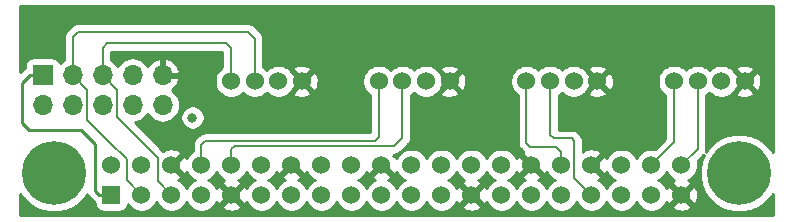
<source format=gtl>
G04 #@! TF.GenerationSoftware,KiCad,Pcbnew,(5.1.2-1)-1*
G04 #@! TF.CreationDate,2019-08-29T14:36:41+09:00*
G04 #@! TF.ProjectId,NervesAddonBoard,4e657276-6573-4416-9464-6f6e426f6172,rev?*
G04 #@! TF.SameCoordinates,Original*
G04 #@! TF.FileFunction,Copper,L1,Top*
G04 #@! TF.FilePolarity,Positive*
%FSLAX46Y46*%
G04 Gerber Fmt 4.6, Leading zero omitted, Abs format (unit mm)*
G04 Created by KiCad (PCBNEW (5.1.2-1)-1) date 2019-08-29 14:36:41*
%MOMM*%
%LPD*%
G04 APERTURE LIST*
%ADD10C,1.524000*%
%ADD11C,5.400000*%
%ADD12R,1.524000X1.524000*%
%ADD13O,1.700000X1.700000*%
%ADD14R,1.700000X1.700000*%
%ADD15C,0.800000*%
%ADD16C,0.200000*%
%ADD17C,0.250000*%
%ADD18C,0.254000*%
G04 APERTURE END LIST*
D10*
X69500000Y-27000000D03*
X67500000Y-27000000D03*
X65500000Y-27000000D03*
X63500000Y-27000000D03*
X57000000Y-27000000D03*
X55000000Y-27000000D03*
X53000000Y-27000000D03*
X51000000Y-27000000D03*
X44500000Y-27000000D03*
X42500000Y-27000000D03*
X40500000Y-27000000D03*
X38500000Y-27000000D03*
X82000000Y-27000000D03*
X80000000Y-27000000D03*
X78000000Y-27000000D03*
X76000000Y-27000000D03*
D11*
X81500000Y-34760000D03*
X23500000Y-34760000D03*
D12*
X28370000Y-36630000D03*
D10*
X28370000Y-34090000D03*
X30910000Y-36630000D03*
X30910000Y-34090000D03*
X33450000Y-36630000D03*
X33450000Y-34090000D03*
X35990000Y-36630000D03*
X35990000Y-34090000D03*
X38530000Y-36630000D03*
X38530000Y-34090000D03*
X41070000Y-36630000D03*
X41070000Y-34090000D03*
X43610000Y-36630000D03*
X43610000Y-34090000D03*
X46150000Y-36630000D03*
X46150000Y-34090000D03*
X48690000Y-36630000D03*
X48690000Y-34090000D03*
X51230000Y-36630000D03*
X51230000Y-34090000D03*
X53770000Y-36630000D03*
X53770000Y-34090000D03*
X56310000Y-36630000D03*
X56310000Y-34090000D03*
X58850000Y-36630000D03*
X58850000Y-34090000D03*
X61390000Y-36630000D03*
X61390000Y-34090000D03*
X63930000Y-36630000D03*
X63930000Y-34090000D03*
X66470000Y-36630000D03*
X66470000Y-34090000D03*
X69010000Y-36630000D03*
X69010000Y-34090000D03*
X71550000Y-36630000D03*
X71550000Y-34090000D03*
X74090000Y-36630000D03*
X74090000Y-34090000D03*
X76630000Y-36630000D03*
X76630000Y-34090000D03*
D13*
X32700000Y-29010000D03*
X32700000Y-26470000D03*
X30160000Y-29010000D03*
X30160000Y-26470000D03*
X27620000Y-29010000D03*
X27620000Y-26470000D03*
X25080000Y-29010000D03*
X25080000Y-26470000D03*
X22540000Y-29010000D03*
D14*
X22540000Y-26470000D03*
D15*
X35220000Y-30080000D03*
X35220000Y-25000000D03*
X47750000Y-25000000D03*
X47750000Y-27540000D03*
X47750000Y-30080000D03*
X60250000Y-25000000D03*
X60250000Y-27540000D03*
X60250000Y-30080000D03*
X72750000Y-25000000D03*
X72750000Y-27540000D03*
X72750000Y-30080000D03*
X35220000Y-27540000D03*
D16*
X22540000Y-26470000D02*
X21490000Y-26470000D01*
D17*
X21440000Y-26470000D02*
X20800000Y-27110000D01*
X22540000Y-26470000D02*
X21440000Y-26470000D01*
X20800000Y-27110000D02*
X20800000Y-30500000D01*
X20800000Y-30500000D02*
X21400000Y-31100000D01*
X21400000Y-31100000D02*
X25800000Y-31100000D01*
X25800000Y-31100000D02*
X27000000Y-32300000D01*
X27358000Y-36630000D02*
X28370000Y-36630000D01*
X27000000Y-36272000D02*
X27358000Y-36630000D01*
X27000000Y-32300000D02*
X27000000Y-36272000D01*
D16*
X27620000Y-26470000D02*
X28870000Y-27720000D01*
X28870000Y-27720000D02*
X28870000Y-30060000D01*
X28870000Y-30060000D02*
X32270000Y-33460000D01*
X32270000Y-35450000D02*
X33450000Y-36630000D01*
X32270000Y-33460000D02*
X32270000Y-35450000D01*
X27620000Y-26470000D02*
X27620000Y-24180000D01*
X28020001Y-23779999D02*
X38079999Y-23779999D01*
X27620000Y-24180000D02*
X28020001Y-23779999D01*
X38500000Y-24200000D02*
X38500000Y-27000000D01*
X38079999Y-23779999D02*
X38500000Y-24200000D01*
X25080000Y-26470000D02*
X26330000Y-27720000D01*
X26330000Y-27720000D02*
X26330000Y-30310000D01*
X26330000Y-30310000D02*
X28130000Y-32110000D01*
X28190000Y-32110000D02*
X29660000Y-33580000D01*
X28130000Y-32110000D02*
X28190000Y-32110000D01*
X29660000Y-35380000D02*
X30910000Y-36630000D01*
X29660000Y-33580000D02*
X29660000Y-35380000D01*
X25520000Y-22800000D02*
X25080000Y-23240000D01*
X39900000Y-22800000D02*
X25520000Y-22800000D01*
X40500000Y-23400000D02*
X39900000Y-22800000D01*
X25080000Y-23240000D02*
X25080000Y-26470000D01*
X40500000Y-27000000D02*
X40500000Y-23400000D01*
X35990000Y-33012370D02*
X35980000Y-33002370D01*
X35990000Y-34090000D02*
X35990000Y-33012370D01*
X35980000Y-33002370D02*
X35980000Y-32380000D01*
X36290010Y-32069990D02*
X50670010Y-32069990D01*
X35980000Y-32380000D02*
X36290010Y-32069990D01*
X51000000Y-31740000D02*
X51000000Y-27000000D01*
X50670010Y-32069990D02*
X51000000Y-31740000D01*
X38530000Y-34090000D02*
X38530000Y-32730000D01*
X38530000Y-32730000D02*
X38790000Y-32470000D01*
X38790000Y-32470000D02*
X52320000Y-32470000D01*
X53000000Y-31790000D02*
X53000000Y-27000000D01*
X52320000Y-32470000D02*
X53000000Y-31790000D01*
X76000000Y-32180000D02*
X76000000Y-27000000D01*
X74090000Y-34090000D02*
X76000000Y-32180000D01*
X78000000Y-32720000D02*
X78000000Y-27000000D01*
X76630000Y-34090000D02*
X78000000Y-32720000D01*
X66470000Y-33012370D02*
X65997630Y-32540000D01*
X66470000Y-34090000D02*
X66470000Y-33012370D01*
X65997630Y-32540000D02*
X63810000Y-32540000D01*
X63500000Y-32230000D02*
X63500000Y-27000000D01*
X63810000Y-32540000D02*
X63500000Y-32230000D01*
X65500000Y-28077630D02*
X65510000Y-28087630D01*
X65500000Y-27000000D02*
X65500000Y-28077630D01*
X65510000Y-28087630D02*
X65510000Y-31530000D01*
X65510000Y-31530000D02*
X65820000Y-31840000D01*
X65820000Y-31840000D02*
X67340000Y-31840000D01*
X68248001Y-35868001D02*
X69010000Y-36630000D01*
X67532001Y-35152001D02*
X68248001Y-35868001D01*
X67532001Y-32032001D02*
X67532001Y-35152001D01*
X67340000Y-31840000D02*
X67532001Y-32032001D01*
D18*
G36*
X78293162Y-33787216D02*
G01*
X78165000Y-34431531D01*
X78165000Y-35088469D01*
X78293162Y-35732784D01*
X78544561Y-36339715D01*
X78909536Y-36885939D01*
X79374061Y-37350464D01*
X79920285Y-37715439D01*
X80527216Y-37966838D01*
X81171531Y-38095000D01*
X81828469Y-38095000D01*
X82472784Y-37966838D01*
X83079715Y-37715439D01*
X83625939Y-37350464D01*
X84090464Y-36885939D01*
X84340000Y-36512482D01*
X84340000Y-38340000D01*
X20660000Y-38340000D01*
X20660000Y-36512482D01*
X20909536Y-36885939D01*
X21374061Y-37350464D01*
X21920285Y-37715439D01*
X22527216Y-37966838D01*
X23171531Y-38095000D01*
X23828469Y-38095000D01*
X24472784Y-37966838D01*
X25079715Y-37715439D01*
X25625939Y-37350464D01*
X26090464Y-36885939D01*
X26299324Y-36573357D01*
X26365026Y-36696276D01*
X26423554Y-36767592D01*
X26460000Y-36812001D01*
X26488997Y-36835799D01*
X26794200Y-37141002D01*
X26817999Y-37170001D01*
X26933724Y-37264974D01*
X26969928Y-37284326D01*
X26969928Y-37392000D01*
X26982188Y-37516482D01*
X27018498Y-37636180D01*
X27077463Y-37746494D01*
X27156815Y-37843185D01*
X27253506Y-37922537D01*
X27363820Y-37981502D01*
X27483518Y-38017812D01*
X27608000Y-38030072D01*
X29132000Y-38030072D01*
X29256482Y-38017812D01*
X29376180Y-37981502D01*
X29486494Y-37922537D01*
X29583185Y-37843185D01*
X29662537Y-37746494D01*
X29721502Y-37636180D01*
X29757812Y-37516482D01*
X29766080Y-37432535D01*
X29824880Y-37520535D01*
X30019465Y-37715120D01*
X30248273Y-37868005D01*
X30502510Y-37973314D01*
X30772408Y-38027000D01*
X31047592Y-38027000D01*
X31317490Y-37973314D01*
X31571727Y-37868005D01*
X31800535Y-37715120D01*
X31995120Y-37520535D01*
X32148005Y-37291727D01*
X32180000Y-37214485D01*
X32211995Y-37291727D01*
X32364880Y-37520535D01*
X32559465Y-37715120D01*
X32788273Y-37868005D01*
X33042510Y-37973314D01*
X33312408Y-38027000D01*
X33587592Y-38027000D01*
X33857490Y-37973314D01*
X34111727Y-37868005D01*
X34340535Y-37715120D01*
X34535120Y-37520535D01*
X34688005Y-37291727D01*
X34720000Y-37214485D01*
X34751995Y-37291727D01*
X34904880Y-37520535D01*
X35099465Y-37715120D01*
X35328273Y-37868005D01*
X35582510Y-37973314D01*
X35852408Y-38027000D01*
X36127592Y-38027000D01*
X36397490Y-37973314D01*
X36651727Y-37868005D01*
X36880535Y-37715120D01*
X37000090Y-37595565D01*
X37744040Y-37595565D01*
X37811020Y-37835656D01*
X38060048Y-37952756D01*
X38327135Y-38019023D01*
X38602017Y-38031910D01*
X38874133Y-37990922D01*
X39133023Y-37897636D01*
X39248980Y-37835656D01*
X39315960Y-37595565D01*
X38530000Y-36809605D01*
X37744040Y-37595565D01*
X37000090Y-37595565D01*
X37075120Y-37520535D01*
X37228005Y-37291727D01*
X37257692Y-37220057D01*
X37262364Y-37233023D01*
X37324344Y-37348980D01*
X37564435Y-37415960D01*
X38350395Y-36630000D01*
X37564435Y-35844040D01*
X37324344Y-35911020D01*
X37260515Y-36046760D01*
X37228005Y-35968273D01*
X37075120Y-35739465D01*
X36880535Y-35544880D01*
X36651727Y-35391995D01*
X36574485Y-35360000D01*
X36651727Y-35328005D01*
X36880535Y-35175120D01*
X37075120Y-34980535D01*
X37228005Y-34751727D01*
X37260000Y-34674485D01*
X37291995Y-34751727D01*
X37444880Y-34980535D01*
X37639465Y-35175120D01*
X37868273Y-35328005D01*
X37939943Y-35357692D01*
X37926977Y-35362364D01*
X37811020Y-35424344D01*
X37744040Y-35664435D01*
X38530000Y-36450395D01*
X39315960Y-35664435D01*
X39248980Y-35424344D01*
X39113240Y-35360515D01*
X39191727Y-35328005D01*
X39420535Y-35175120D01*
X39615120Y-34980535D01*
X39768005Y-34751727D01*
X39800000Y-34674485D01*
X39831995Y-34751727D01*
X39984880Y-34980535D01*
X40179465Y-35175120D01*
X40408273Y-35328005D01*
X40485515Y-35360000D01*
X40408273Y-35391995D01*
X40179465Y-35544880D01*
X39984880Y-35739465D01*
X39831995Y-35968273D01*
X39802308Y-36039943D01*
X39797636Y-36026977D01*
X39735656Y-35911020D01*
X39495565Y-35844040D01*
X38709605Y-36630000D01*
X39495565Y-37415960D01*
X39735656Y-37348980D01*
X39799485Y-37213240D01*
X39831995Y-37291727D01*
X39984880Y-37520535D01*
X40179465Y-37715120D01*
X40408273Y-37868005D01*
X40662510Y-37973314D01*
X40932408Y-38027000D01*
X41207592Y-38027000D01*
X41477490Y-37973314D01*
X41731727Y-37868005D01*
X41960535Y-37715120D01*
X42155120Y-37520535D01*
X42308005Y-37291727D01*
X42340000Y-37214485D01*
X42371995Y-37291727D01*
X42524880Y-37520535D01*
X42719465Y-37715120D01*
X42948273Y-37868005D01*
X43202510Y-37973314D01*
X43472408Y-38027000D01*
X43747592Y-38027000D01*
X44017490Y-37973314D01*
X44271727Y-37868005D01*
X44500535Y-37715120D01*
X44695120Y-37520535D01*
X44848005Y-37291727D01*
X44880000Y-37214485D01*
X44911995Y-37291727D01*
X45064880Y-37520535D01*
X45259465Y-37715120D01*
X45488273Y-37868005D01*
X45742510Y-37973314D01*
X46012408Y-38027000D01*
X46287592Y-38027000D01*
X46557490Y-37973314D01*
X46811727Y-37868005D01*
X47040535Y-37715120D01*
X47235120Y-37520535D01*
X47388005Y-37291727D01*
X47420000Y-37214485D01*
X47451995Y-37291727D01*
X47604880Y-37520535D01*
X47799465Y-37715120D01*
X48028273Y-37868005D01*
X48282510Y-37973314D01*
X48552408Y-38027000D01*
X48827592Y-38027000D01*
X49097490Y-37973314D01*
X49351727Y-37868005D01*
X49580535Y-37715120D01*
X49775120Y-37520535D01*
X49928005Y-37291727D01*
X49960000Y-37214485D01*
X49991995Y-37291727D01*
X50144880Y-37520535D01*
X50339465Y-37715120D01*
X50568273Y-37868005D01*
X50822510Y-37973314D01*
X51092408Y-38027000D01*
X51367592Y-38027000D01*
X51637490Y-37973314D01*
X51891727Y-37868005D01*
X52120535Y-37715120D01*
X52315120Y-37520535D01*
X52468005Y-37291727D01*
X52500000Y-37214485D01*
X52531995Y-37291727D01*
X52684880Y-37520535D01*
X52879465Y-37715120D01*
X53108273Y-37868005D01*
X53362510Y-37973314D01*
X53632408Y-38027000D01*
X53907592Y-38027000D01*
X54177490Y-37973314D01*
X54431727Y-37868005D01*
X54660535Y-37715120D01*
X54855120Y-37520535D01*
X55008005Y-37291727D01*
X55040000Y-37214485D01*
X55071995Y-37291727D01*
X55224880Y-37520535D01*
X55419465Y-37715120D01*
X55648273Y-37868005D01*
X55902510Y-37973314D01*
X56172408Y-38027000D01*
X56447592Y-38027000D01*
X56717490Y-37973314D01*
X56971727Y-37868005D01*
X57200535Y-37715120D01*
X57320090Y-37595565D01*
X58064040Y-37595565D01*
X58131020Y-37835656D01*
X58380048Y-37952756D01*
X58647135Y-38019023D01*
X58922017Y-38031910D01*
X59194133Y-37990922D01*
X59453023Y-37897636D01*
X59568980Y-37835656D01*
X59635960Y-37595565D01*
X58850000Y-36809605D01*
X58064040Y-37595565D01*
X57320090Y-37595565D01*
X57395120Y-37520535D01*
X57548005Y-37291727D01*
X57577692Y-37220057D01*
X57582364Y-37233023D01*
X57644344Y-37348980D01*
X57884435Y-37415960D01*
X58670395Y-36630000D01*
X57884435Y-35844040D01*
X57644344Y-35911020D01*
X57580515Y-36046760D01*
X57548005Y-35968273D01*
X57395120Y-35739465D01*
X57200535Y-35544880D01*
X56971727Y-35391995D01*
X56894485Y-35360000D01*
X56971727Y-35328005D01*
X57200535Y-35175120D01*
X57395120Y-34980535D01*
X57548005Y-34751727D01*
X57580000Y-34674485D01*
X57611995Y-34751727D01*
X57764880Y-34980535D01*
X57959465Y-35175120D01*
X58188273Y-35328005D01*
X58259943Y-35357692D01*
X58246977Y-35362364D01*
X58131020Y-35424344D01*
X58064040Y-35664435D01*
X58850000Y-36450395D01*
X59635960Y-35664435D01*
X59568980Y-35424344D01*
X59433240Y-35360515D01*
X59511727Y-35328005D01*
X59740535Y-35175120D01*
X59935120Y-34980535D01*
X60088005Y-34751727D01*
X60120000Y-34674485D01*
X60151995Y-34751727D01*
X60304880Y-34980535D01*
X60499465Y-35175120D01*
X60728273Y-35328005D01*
X60805515Y-35360000D01*
X60728273Y-35391995D01*
X60499465Y-35544880D01*
X60304880Y-35739465D01*
X60151995Y-35968273D01*
X60122308Y-36039943D01*
X60117636Y-36026977D01*
X60055656Y-35911020D01*
X59815565Y-35844040D01*
X59029605Y-36630000D01*
X59815565Y-37415960D01*
X60055656Y-37348980D01*
X60119485Y-37213240D01*
X60151995Y-37291727D01*
X60304880Y-37520535D01*
X60499465Y-37715120D01*
X60728273Y-37868005D01*
X60982510Y-37973314D01*
X61252408Y-38027000D01*
X61527592Y-38027000D01*
X61797490Y-37973314D01*
X62051727Y-37868005D01*
X62280535Y-37715120D01*
X62475120Y-37520535D01*
X62628005Y-37291727D01*
X62660000Y-37214485D01*
X62691995Y-37291727D01*
X62844880Y-37520535D01*
X63039465Y-37715120D01*
X63268273Y-37868005D01*
X63522510Y-37973314D01*
X63792408Y-38027000D01*
X64067592Y-38027000D01*
X64337490Y-37973314D01*
X64591727Y-37868005D01*
X64820535Y-37715120D01*
X65015120Y-37520535D01*
X65168005Y-37291727D01*
X65200000Y-37214485D01*
X65231995Y-37291727D01*
X65384880Y-37520535D01*
X65579465Y-37715120D01*
X65808273Y-37868005D01*
X66062510Y-37973314D01*
X66332408Y-38027000D01*
X66607592Y-38027000D01*
X66877490Y-37973314D01*
X67131727Y-37868005D01*
X67360535Y-37715120D01*
X67555120Y-37520535D01*
X67708005Y-37291727D01*
X67740000Y-37214485D01*
X67771995Y-37291727D01*
X67924880Y-37520535D01*
X68119465Y-37715120D01*
X68348273Y-37868005D01*
X68602510Y-37973314D01*
X68872408Y-38027000D01*
X69147592Y-38027000D01*
X69417490Y-37973314D01*
X69671727Y-37868005D01*
X69900535Y-37715120D01*
X70095120Y-37520535D01*
X70248005Y-37291727D01*
X70280000Y-37214485D01*
X70311995Y-37291727D01*
X70464880Y-37520535D01*
X70659465Y-37715120D01*
X70888273Y-37868005D01*
X71142510Y-37973314D01*
X71412408Y-38027000D01*
X71687592Y-38027000D01*
X71957490Y-37973314D01*
X72211727Y-37868005D01*
X72440535Y-37715120D01*
X72635120Y-37520535D01*
X72788005Y-37291727D01*
X72820000Y-37214485D01*
X72851995Y-37291727D01*
X73004880Y-37520535D01*
X73199465Y-37715120D01*
X73428273Y-37868005D01*
X73682510Y-37973314D01*
X73952408Y-38027000D01*
X74227592Y-38027000D01*
X74497490Y-37973314D01*
X74751727Y-37868005D01*
X74980535Y-37715120D01*
X75100090Y-37595565D01*
X75844040Y-37595565D01*
X75911020Y-37835656D01*
X76160048Y-37952756D01*
X76427135Y-38019023D01*
X76702017Y-38031910D01*
X76974133Y-37990922D01*
X77233023Y-37897636D01*
X77348980Y-37835656D01*
X77415960Y-37595565D01*
X76630000Y-36809605D01*
X75844040Y-37595565D01*
X75100090Y-37595565D01*
X75175120Y-37520535D01*
X75328005Y-37291727D01*
X75357692Y-37220057D01*
X75362364Y-37233023D01*
X75424344Y-37348980D01*
X75664435Y-37415960D01*
X76450395Y-36630000D01*
X76809605Y-36630000D01*
X77595565Y-37415960D01*
X77835656Y-37348980D01*
X77952756Y-37099952D01*
X78019023Y-36832865D01*
X78031910Y-36557983D01*
X77990922Y-36285867D01*
X77897636Y-36026977D01*
X77835656Y-35911020D01*
X77595565Y-35844040D01*
X76809605Y-36630000D01*
X76450395Y-36630000D01*
X75664435Y-35844040D01*
X75424344Y-35911020D01*
X75360515Y-36046760D01*
X75328005Y-35968273D01*
X75175120Y-35739465D01*
X74980535Y-35544880D01*
X74751727Y-35391995D01*
X74674485Y-35360000D01*
X74751727Y-35328005D01*
X74980535Y-35175120D01*
X75175120Y-34980535D01*
X75328005Y-34751727D01*
X75360000Y-34674485D01*
X75391995Y-34751727D01*
X75544880Y-34980535D01*
X75739465Y-35175120D01*
X75968273Y-35328005D01*
X76039943Y-35357692D01*
X76026977Y-35362364D01*
X75911020Y-35424344D01*
X75844040Y-35664435D01*
X76630000Y-36450395D01*
X77415960Y-35664435D01*
X77348980Y-35424344D01*
X77213240Y-35360515D01*
X77291727Y-35328005D01*
X77520535Y-35175120D01*
X77715120Y-34980535D01*
X77868005Y-34751727D01*
X77973314Y-34497490D01*
X78027000Y-34227592D01*
X78027000Y-33952408D01*
X77990506Y-33768941D01*
X78494197Y-33265250D01*
X78517180Y-33246388D01*
X78293162Y-33787216D01*
X78293162Y-33787216D01*
G37*
X78293162Y-33787216D02*
X78165000Y-34431531D01*
X78165000Y-35088469D01*
X78293162Y-35732784D01*
X78544561Y-36339715D01*
X78909536Y-36885939D01*
X79374061Y-37350464D01*
X79920285Y-37715439D01*
X80527216Y-37966838D01*
X81171531Y-38095000D01*
X81828469Y-38095000D01*
X82472784Y-37966838D01*
X83079715Y-37715439D01*
X83625939Y-37350464D01*
X84090464Y-36885939D01*
X84340000Y-36512482D01*
X84340000Y-38340000D01*
X20660000Y-38340000D01*
X20660000Y-36512482D01*
X20909536Y-36885939D01*
X21374061Y-37350464D01*
X21920285Y-37715439D01*
X22527216Y-37966838D01*
X23171531Y-38095000D01*
X23828469Y-38095000D01*
X24472784Y-37966838D01*
X25079715Y-37715439D01*
X25625939Y-37350464D01*
X26090464Y-36885939D01*
X26299324Y-36573357D01*
X26365026Y-36696276D01*
X26423554Y-36767592D01*
X26460000Y-36812001D01*
X26488997Y-36835799D01*
X26794200Y-37141002D01*
X26817999Y-37170001D01*
X26933724Y-37264974D01*
X26969928Y-37284326D01*
X26969928Y-37392000D01*
X26982188Y-37516482D01*
X27018498Y-37636180D01*
X27077463Y-37746494D01*
X27156815Y-37843185D01*
X27253506Y-37922537D01*
X27363820Y-37981502D01*
X27483518Y-38017812D01*
X27608000Y-38030072D01*
X29132000Y-38030072D01*
X29256482Y-38017812D01*
X29376180Y-37981502D01*
X29486494Y-37922537D01*
X29583185Y-37843185D01*
X29662537Y-37746494D01*
X29721502Y-37636180D01*
X29757812Y-37516482D01*
X29766080Y-37432535D01*
X29824880Y-37520535D01*
X30019465Y-37715120D01*
X30248273Y-37868005D01*
X30502510Y-37973314D01*
X30772408Y-38027000D01*
X31047592Y-38027000D01*
X31317490Y-37973314D01*
X31571727Y-37868005D01*
X31800535Y-37715120D01*
X31995120Y-37520535D01*
X32148005Y-37291727D01*
X32180000Y-37214485D01*
X32211995Y-37291727D01*
X32364880Y-37520535D01*
X32559465Y-37715120D01*
X32788273Y-37868005D01*
X33042510Y-37973314D01*
X33312408Y-38027000D01*
X33587592Y-38027000D01*
X33857490Y-37973314D01*
X34111727Y-37868005D01*
X34340535Y-37715120D01*
X34535120Y-37520535D01*
X34688005Y-37291727D01*
X34720000Y-37214485D01*
X34751995Y-37291727D01*
X34904880Y-37520535D01*
X35099465Y-37715120D01*
X35328273Y-37868005D01*
X35582510Y-37973314D01*
X35852408Y-38027000D01*
X36127592Y-38027000D01*
X36397490Y-37973314D01*
X36651727Y-37868005D01*
X36880535Y-37715120D01*
X37000090Y-37595565D01*
X37744040Y-37595565D01*
X37811020Y-37835656D01*
X38060048Y-37952756D01*
X38327135Y-38019023D01*
X38602017Y-38031910D01*
X38874133Y-37990922D01*
X39133023Y-37897636D01*
X39248980Y-37835656D01*
X39315960Y-37595565D01*
X38530000Y-36809605D01*
X37744040Y-37595565D01*
X37000090Y-37595565D01*
X37075120Y-37520535D01*
X37228005Y-37291727D01*
X37257692Y-37220057D01*
X37262364Y-37233023D01*
X37324344Y-37348980D01*
X37564435Y-37415960D01*
X38350395Y-36630000D01*
X37564435Y-35844040D01*
X37324344Y-35911020D01*
X37260515Y-36046760D01*
X37228005Y-35968273D01*
X37075120Y-35739465D01*
X36880535Y-35544880D01*
X36651727Y-35391995D01*
X36574485Y-35360000D01*
X36651727Y-35328005D01*
X36880535Y-35175120D01*
X37075120Y-34980535D01*
X37228005Y-34751727D01*
X37260000Y-34674485D01*
X37291995Y-34751727D01*
X37444880Y-34980535D01*
X37639465Y-35175120D01*
X37868273Y-35328005D01*
X37939943Y-35357692D01*
X37926977Y-35362364D01*
X37811020Y-35424344D01*
X37744040Y-35664435D01*
X38530000Y-36450395D01*
X39315960Y-35664435D01*
X39248980Y-35424344D01*
X39113240Y-35360515D01*
X39191727Y-35328005D01*
X39420535Y-35175120D01*
X39615120Y-34980535D01*
X39768005Y-34751727D01*
X39800000Y-34674485D01*
X39831995Y-34751727D01*
X39984880Y-34980535D01*
X40179465Y-35175120D01*
X40408273Y-35328005D01*
X40485515Y-35360000D01*
X40408273Y-35391995D01*
X40179465Y-35544880D01*
X39984880Y-35739465D01*
X39831995Y-35968273D01*
X39802308Y-36039943D01*
X39797636Y-36026977D01*
X39735656Y-35911020D01*
X39495565Y-35844040D01*
X38709605Y-36630000D01*
X39495565Y-37415960D01*
X39735656Y-37348980D01*
X39799485Y-37213240D01*
X39831995Y-37291727D01*
X39984880Y-37520535D01*
X40179465Y-37715120D01*
X40408273Y-37868005D01*
X40662510Y-37973314D01*
X40932408Y-38027000D01*
X41207592Y-38027000D01*
X41477490Y-37973314D01*
X41731727Y-37868005D01*
X41960535Y-37715120D01*
X42155120Y-37520535D01*
X42308005Y-37291727D01*
X42340000Y-37214485D01*
X42371995Y-37291727D01*
X42524880Y-37520535D01*
X42719465Y-37715120D01*
X42948273Y-37868005D01*
X43202510Y-37973314D01*
X43472408Y-38027000D01*
X43747592Y-38027000D01*
X44017490Y-37973314D01*
X44271727Y-37868005D01*
X44500535Y-37715120D01*
X44695120Y-37520535D01*
X44848005Y-37291727D01*
X44880000Y-37214485D01*
X44911995Y-37291727D01*
X45064880Y-37520535D01*
X45259465Y-37715120D01*
X45488273Y-37868005D01*
X45742510Y-37973314D01*
X46012408Y-38027000D01*
X46287592Y-38027000D01*
X46557490Y-37973314D01*
X46811727Y-37868005D01*
X47040535Y-37715120D01*
X47235120Y-37520535D01*
X47388005Y-37291727D01*
X47420000Y-37214485D01*
X47451995Y-37291727D01*
X47604880Y-37520535D01*
X47799465Y-37715120D01*
X48028273Y-37868005D01*
X48282510Y-37973314D01*
X48552408Y-38027000D01*
X48827592Y-38027000D01*
X49097490Y-37973314D01*
X49351727Y-37868005D01*
X49580535Y-37715120D01*
X49775120Y-37520535D01*
X49928005Y-37291727D01*
X49960000Y-37214485D01*
X49991995Y-37291727D01*
X50144880Y-37520535D01*
X50339465Y-37715120D01*
X50568273Y-37868005D01*
X50822510Y-37973314D01*
X51092408Y-38027000D01*
X51367592Y-38027000D01*
X51637490Y-37973314D01*
X51891727Y-37868005D01*
X52120535Y-37715120D01*
X52315120Y-37520535D01*
X52468005Y-37291727D01*
X52500000Y-37214485D01*
X52531995Y-37291727D01*
X52684880Y-37520535D01*
X52879465Y-37715120D01*
X53108273Y-37868005D01*
X53362510Y-37973314D01*
X53632408Y-38027000D01*
X53907592Y-38027000D01*
X54177490Y-37973314D01*
X54431727Y-37868005D01*
X54660535Y-37715120D01*
X54855120Y-37520535D01*
X55008005Y-37291727D01*
X55040000Y-37214485D01*
X55071995Y-37291727D01*
X55224880Y-37520535D01*
X55419465Y-37715120D01*
X55648273Y-37868005D01*
X55902510Y-37973314D01*
X56172408Y-38027000D01*
X56447592Y-38027000D01*
X56717490Y-37973314D01*
X56971727Y-37868005D01*
X57200535Y-37715120D01*
X57320090Y-37595565D01*
X58064040Y-37595565D01*
X58131020Y-37835656D01*
X58380048Y-37952756D01*
X58647135Y-38019023D01*
X58922017Y-38031910D01*
X59194133Y-37990922D01*
X59453023Y-37897636D01*
X59568980Y-37835656D01*
X59635960Y-37595565D01*
X58850000Y-36809605D01*
X58064040Y-37595565D01*
X57320090Y-37595565D01*
X57395120Y-37520535D01*
X57548005Y-37291727D01*
X57577692Y-37220057D01*
X57582364Y-37233023D01*
X57644344Y-37348980D01*
X57884435Y-37415960D01*
X58670395Y-36630000D01*
X57884435Y-35844040D01*
X57644344Y-35911020D01*
X57580515Y-36046760D01*
X57548005Y-35968273D01*
X57395120Y-35739465D01*
X57200535Y-35544880D01*
X56971727Y-35391995D01*
X56894485Y-35360000D01*
X56971727Y-35328005D01*
X57200535Y-35175120D01*
X57395120Y-34980535D01*
X57548005Y-34751727D01*
X57580000Y-34674485D01*
X57611995Y-34751727D01*
X57764880Y-34980535D01*
X57959465Y-35175120D01*
X58188273Y-35328005D01*
X58259943Y-35357692D01*
X58246977Y-35362364D01*
X58131020Y-35424344D01*
X58064040Y-35664435D01*
X58850000Y-36450395D01*
X59635960Y-35664435D01*
X59568980Y-35424344D01*
X59433240Y-35360515D01*
X59511727Y-35328005D01*
X59740535Y-35175120D01*
X59935120Y-34980535D01*
X60088005Y-34751727D01*
X60120000Y-34674485D01*
X60151995Y-34751727D01*
X60304880Y-34980535D01*
X60499465Y-35175120D01*
X60728273Y-35328005D01*
X60805515Y-35360000D01*
X60728273Y-35391995D01*
X60499465Y-35544880D01*
X60304880Y-35739465D01*
X60151995Y-35968273D01*
X60122308Y-36039943D01*
X60117636Y-36026977D01*
X60055656Y-35911020D01*
X59815565Y-35844040D01*
X59029605Y-36630000D01*
X59815565Y-37415960D01*
X60055656Y-37348980D01*
X60119485Y-37213240D01*
X60151995Y-37291727D01*
X60304880Y-37520535D01*
X60499465Y-37715120D01*
X60728273Y-37868005D01*
X60982510Y-37973314D01*
X61252408Y-38027000D01*
X61527592Y-38027000D01*
X61797490Y-37973314D01*
X62051727Y-37868005D01*
X62280535Y-37715120D01*
X62475120Y-37520535D01*
X62628005Y-37291727D01*
X62660000Y-37214485D01*
X62691995Y-37291727D01*
X62844880Y-37520535D01*
X63039465Y-37715120D01*
X63268273Y-37868005D01*
X63522510Y-37973314D01*
X63792408Y-38027000D01*
X64067592Y-38027000D01*
X64337490Y-37973314D01*
X64591727Y-37868005D01*
X64820535Y-37715120D01*
X65015120Y-37520535D01*
X65168005Y-37291727D01*
X65200000Y-37214485D01*
X65231995Y-37291727D01*
X65384880Y-37520535D01*
X65579465Y-37715120D01*
X65808273Y-37868005D01*
X66062510Y-37973314D01*
X66332408Y-38027000D01*
X66607592Y-38027000D01*
X66877490Y-37973314D01*
X67131727Y-37868005D01*
X67360535Y-37715120D01*
X67555120Y-37520535D01*
X67708005Y-37291727D01*
X67740000Y-37214485D01*
X67771995Y-37291727D01*
X67924880Y-37520535D01*
X68119465Y-37715120D01*
X68348273Y-37868005D01*
X68602510Y-37973314D01*
X68872408Y-38027000D01*
X69147592Y-38027000D01*
X69417490Y-37973314D01*
X69671727Y-37868005D01*
X69900535Y-37715120D01*
X70095120Y-37520535D01*
X70248005Y-37291727D01*
X70280000Y-37214485D01*
X70311995Y-37291727D01*
X70464880Y-37520535D01*
X70659465Y-37715120D01*
X70888273Y-37868005D01*
X71142510Y-37973314D01*
X71412408Y-38027000D01*
X71687592Y-38027000D01*
X71957490Y-37973314D01*
X72211727Y-37868005D01*
X72440535Y-37715120D01*
X72635120Y-37520535D01*
X72788005Y-37291727D01*
X72820000Y-37214485D01*
X72851995Y-37291727D01*
X73004880Y-37520535D01*
X73199465Y-37715120D01*
X73428273Y-37868005D01*
X73682510Y-37973314D01*
X73952408Y-38027000D01*
X74227592Y-38027000D01*
X74497490Y-37973314D01*
X74751727Y-37868005D01*
X74980535Y-37715120D01*
X75100090Y-37595565D01*
X75844040Y-37595565D01*
X75911020Y-37835656D01*
X76160048Y-37952756D01*
X76427135Y-38019023D01*
X76702017Y-38031910D01*
X76974133Y-37990922D01*
X77233023Y-37897636D01*
X77348980Y-37835656D01*
X77415960Y-37595565D01*
X76630000Y-36809605D01*
X75844040Y-37595565D01*
X75100090Y-37595565D01*
X75175120Y-37520535D01*
X75328005Y-37291727D01*
X75357692Y-37220057D01*
X75362364Y-37233023D01*
X75424344Y-37348980D01*
X75664435Y-37415960D01*
X76450395Y-36630000D01*
X76809605Y-36630000D01*
X77595565Y-37415960D01*
X77835656Y-37348980D01*
X77952756Y-37099952D01*
X78019023Y-36832865D01*
X78031910Y-36557983D01*
X77990922Y-36285867D01*
X77897636Y-36026977D01*
X77835656Y-35911020D01*
X77595565Y-35844040D01*
X76809605Y-36630000D01*
X76450395Y-36630000D01*
X75664435Y-35844040D01*
X75424344Y-35911020D01*
X75360515Y-36046760D01*
X75328005Y-35968273D01*
X75175120Y-35739465D01*
X74980535Y-35544880D01*
X74751727Y-35391995D01*
X74674485Y-35360000D01*
X74751727Y-35328005D01*
X74980535Y-35175120D01*
X75175120Y-34980535D01*
X75328005Y-34751727D01*
X75360000Y-34674485D01*
X75391995Y-34751727D01*
X75544880Y-34980535D01*
X75739465Y-35175120D01*
X75968273Y-35328005D01*
X76039943Y-35357692D01*
X76026977Y-35362364D01*
X75911020Y-35424344D01*
X75844040Y-35664435D01*
X76630000Y-36450395D01*
X77415960Y-35664435D01*
X77348980Y-35424344D01*
X77213240Y-35360515D01*
X77291727Y-35328005D01*
X77520535Y-35175120D01*
X77715120Y-34980535D01*
X77868005Y-34751727D01*
X77973314Y-34497490D01*
X78027000Y-34227592D01*
X78027000Y-33952408D01*
X77990506Y-33768941D01*
X78494197Y-33265250D01*
X78517180Y-33246388D01*
X78293162Y-33787216D01*
G36*
X84340000Y-33007519D02*
G01*
X84090464Y-32634061D01*
X83625939Y-32169536D01*
X83079715Y-31804561D01*
X82472784Y-31553162D01*
X81828469Y-31425000D01*
X81171531Y-31425000D01*
X80527216Y-31553162D01*
X79920285Y-31804561D01*
X79374061Y-32169536D01*
X78909536Y-32634061D01*
X78698196Y-32950354D01*
X78724365Y-32864085D01*
X78738556Y-32720000D01*
X78735000Y-32683895D01*
X78735000Y-28189045D01*
X78890535Y-28085120D01*
X79000000Y-27975655D01*
X79109465Y-28085120D01*
X79338273Y-28238005D01*
X79592510Y-28343314D01*
X79862408Y-28397000D01*
X80137592Y-28397000D01*
X80407490Y-28343314D01*
X80661727Y-28238005D01*
X80890535Y-28085120D01*
X81010090Y-27965565D01*
X81214040Y-27965565D01*
X81281020Y-28205656D01*
X81530048Y-28322756D01*
X81797135Y-28389023D01*
X82072017Y-28401910D01*
X82344133Y-28360922D01*
X82603023Y-28267636D01*
X82718980Y-28205656D01*
X82785960Y-27965565D01*
X82000000Y-27179605D01*
X81214040Y-27965565D01*
X81010090Y-27965565D01*
X81085120Y-27890535D01*
X81238005Y-27661727D01*
X81294105Y-27526290D01*
X81820395Y-27000000D01*
X82179605Y-27000000D01*
X82965565Y-27785960D01*
X83205656Y-27718980D01*
X83322756Y-27469952D01*
X83389023Y-27202865D01*
X83401910Y-26927983D01*
X83360922Y-26655867D01*
X83267636Y-26396977D01*
X83205656Y-26281020D01*
X82965565Y-26214040D01*
X82179605Y-27000000D01*
X81820395Y-27000000D01*
X81294105Y-26473710D01*
X81238005Y-26338273D01*
X81085120Y-26109465D01*
X81010090Y-26034435D01*
X81214040Y-26034435D01*
X82000000Y-26820395D01*
X82785960Y-26034435D01*
X82718980Y-25794344D01*
X82469952Y-25677244D01*
X82202865Y-25610977D01*
X81927983Y-25598090D01*
X81655867Y-25639078D01*
X81396977Y-25732364D01*
X81281020Y-25794344D01*
X81214040Y-26034435D01*
X81010090Y-26034435D01*
X80890535Y-25914880D01*
X80661727Y-25761995D01*
X80407490Y-25656686D01*
X80137592Y-25603000D01*
X79862408Y-25603000D01*
X79592510Y-25656686D01*
X79338273Y-25761995D01*
X79109465Y-25914880D01*
X79000000Y-26024345D01*
X78890535Y-25914880D01*
X78661727Y-25761995D01*
X78407490Y-25656686D01*
X78137592Y-25603000D01*
X77862408Y-25603000D01*
X77592510Y-25656686D01*
X77338273Y-25761995D01*
X77109465Y-25914880D01*
X77000000Y-26024345D01*
X76890535Y-25914880D01*
X76661727Y-25761995D01*
X76407490Y-25656686D01*
X76137592Y-25603000D01*
X75862408Y-25603000D01*
X75592510Y-25656686D01*
X75338273Y-25761995D01*
X75109465Y-25914880D01*
X74914880Y-26109465D01*
X74761995Y-26338273D01*
X74656686Y-26592510D01*
X74603000Y-26862408D01*
X74603000Y-27137592D01*
X74656686Y-27407490D01*
X74761995Y-27661727D01*
X74914880Y-27890535D01*
X75109465Y-28085120D01*
X75265001Y-28189046D01*
X75265000Y-31875553D01*
X74411060Y-32729494D01*
X74227592Y-32693000D01*
X73952408Y-32693000D01*
X73682510Y-32746686D01*
X73428273Y-32851995D01*
X73199465Y-33004880D01*
X73004880Y-33199465D01*
X72851995Y-33428273D01*
X72820000Y-33505515D01*
X72788005Y-33428273D01*
X72635120Y-33199465D01*
X72440535Y-33004880D01*
X72211727Y-32851995D01*
X71957490Y-32746686D01*
X71687592Y-32693000D01*
X71412408Y-32693000D01*
X71142510Y-32746686D01*
X70888273Y-32851995D01*
X70659465Y-33004880D01*
X70464880Y-33199465D01*
X70311995Y-33428273D01*
X70282308Y-33499943D01*
X70277636Y-33486977D01*
X70215656Y-33371020D01*
X69975565Y-33304040D01*
X69189605Y-34090000D01*
X69975565Y-34875960D01*
X70215656Y-34808980D01*
X70279485Y-34673240D01*
X70311995Y-34751727D01*
X70464880Y-34980535D01*
X70659465Y-35175120D01*
X70888273Y-35328005D01*
X70965515Y-35360000D01*
X70888273Y-35391995D01*
X70659465Y-35544880D01*
X70464880Y-35739465D01*
X70311995Y-35968273D01*
X70280000Y-36045515D01*
X70248005Y-35968273D01*
X70095120Y-35739465D01*
X69900535Y-35544880D01*
X69671727Y-35391995D01*
X69600057Y-35362308D01*
X69613023Y-35357636D01*
X69728980Y-35295656D01*
X69795960Y-35055565D01*
X69010000Y-34269605D01*
X68995858Y-34283748D01*
X68816253Y-34104143D01*
X68830395Y-34090000D01*
X68816253Y-34075858D01*
X68995858Y-33896253D01*
X69010000Y-33910395D01*
X69795960Y-33124435D01*
X69728980Y-32884344D01*
X69479952Y-32767244D01*
X69212865Y-32700977D01*
X68937983Y-32688090D01*
X68665867Y-32729078D01*
X68406977Y-32822364D01*
X68291020Y-32884344D01*
X68267001Y-32970441D01*
X68267001Y-32068095D01*
X68270556Y-32032000D01*
X68267001Y-31995905D01*
X68267001Y-31995896D01*
X68256366Y-31887916D01*
X68214338Y-31749368D01*
X68146088Y-31621681D01*
X68054238Y-31509763D01*
X68026193Y-31486747D01*
X67885259Y-31345813D01*
X67862238Y-31317762D01*
X67750320Y-31225913D01*
X67622633Y-31157663D01*
X67484085Y-31115635D01*
X67376105Y-31105000D01*
X67340000Y-31101444D01*
X67303895Y-31105000D01*
X66245000Y-31105000D01*
X66245000Y-28182364D01*
X66390535Y-28085120D01*
X66500000Y-27975655D01*
X66609465Y-28085120D01*
X66838273Y-28238005D01*
X67092510Y-28343314D01*
X67362408Y-28397000D01*
X67637592Y-28397000D01*
X67907490Y-28343314D01*
X68161727Y-28238005D01*
X68390535Y-28085120D01*
X68510090Y-27965565D01*
X68714040Y-27965565D01*
X68781020Y-28205656D01*
X69030048Y-28322756D01*
X69297135Y-28389023D01*
X69572017Y-28401910D01*
X69844133Y-28360922D01*
X70103023Y-28267636D01*
X70218980Y-28205656D01*
X70285960Y-27965565D01*
X69500000Y-27179605D01*
X68714040Y-27965565D01*
X68510090Y-27965565D01*
X68585120Y-27890535D01*
X68738005Y-27661727D01*
X68794105Y-27526290D01*
X69320395Y-27000000D01*
X69679605Y-27000000D01*
X70465565Y-27785960D01*
X70705656Y-27718980D01*
X70822756Y-27469952D01*
X70889023Y-27202865D01*
X70901910Y-26927983D01*
X70860922Y-26655867D01*
X70767636Y-26396977D01*
X70705656Y-26281020D01*
X70465565Y-26214040D01*
X69679605Y-27000000D01*
X69320395Y-27000000D01*
X68794105Y-26473710D01*
X68738005Y-26338273D01*
X68585120Y-26109465D01*
X68510090Y-26034435D01*
X68714040Y-26034435D01*
X69500000Y-26820395D01*
X70285960Y-26034435D01*
X70218980Y-25794344D01*
X69969952Y-25677244D01*
X69702865Y-25610977D01*
X69427983Y-25598090D01*
X69155867Y-25639078D01*
X68896977Y-25732364D01*
X68781020Y-25794344D01*
X68714040Y-26034435D01*
X68510090Y-26034435D01*
X68390535Y-25914880D01*
X68161727Y-25761995D01*
X67907490Y-25656686D01*
X67637592Y-25603000D01*
X67362408Y-25603000D01*
X67092510Y-25656686D01*
X66838273Y-25761995D01*
X66609465Y-25914880D01*
X66500000Y-26024345D01*
X66390535Y-25914880D01*
X66161727Y-25761995D01*
X65907490Y-25656686D01*
X65637592Y-25603000D01*
X65362408Y-25603000D01*
X65092510Y-25656686D01*
X64838273Y-25761995D01*
X64609465Y-25914880D01*
X64500000Y-26024345D01*
X64390535Y-25914880D01*
X64161727Y-25761995D01*
X63907490Y-25656686D01*
X63637592Y-25603000D01*
X63362408Y-25603000D01*
X63092510Y-25656686D01*
X62838273Y-25761995D01*
X62609465Y-25914880D01*
X62414880Y-26109465D01*
X62261995Y-26338273D01*
X62156686Y-26592510D01*
X62103000Y-26862408D01*
X62103000Y-27137592D01*
X62156686Y-27407490D01*
X62261995Y-27661727D01*
X62414880Y-27890535D01*
X62609465Y-28085120D01*
X62765001Y-28189046D01*
X62765000Y-32193895D01*
X62761444Y-32230000D01*
X62775635Y-32374085D01*
X62781262Y-32392633D01*
X62817663Y-32512632D01*
X62885913Y-32640319D01*
X62977762Y-32752237D01*
X63005808Y-32775254D01*
X63190053Y-32959499D01*
X63144040Y-33124435D01*
X63930000Y-33910395D01*
X63944143Y-33896253D01*
X64123748Y-34075858D01*
X64109605Y-34090000D01*
X64895565Y-34875960D01*
X65135656Y-34808980D01*
X65199485Y-34673240D01*
X65231995Y-34751727D01*
X65384880Y-34980535D01*
X65579465Y-35175120D01*
X65808273Y-35328005D01*
X65885515Y-35360000D01*
X65808273Y-35391995D01*
X65579465Y-35544880D01*
X65384880Y-35739465D01*
X65231995Y-35968273D01*
X65200000Y-36045515D01*
X65168005Y-35968273D01*
X65015120Y-35739465D01*
X64820535Y-35544880D01*
X64591727Y-35391995D01*
X64520057Y-35362308D01*
X64533023Y-35357636D01*
X64648980Y-35295656D01*
X64715960Y-35055565D01*
X63930000Y-34269605D01*
X63144040Y-35055565D01*
X63211020Y-35295656D01*
X63346760Y-35359485D01*
X63268273Y-35391995D01*
X63039465Y-35544880D01*
X62844880Y-35739465D01*
X62691995Y-35968273D01*
X62660000Y-36045515D01*
X62628005Y-35968273D01*
X62475120Y-35739465D01*
X62280535Y-35544880D01*
X62051727Y-35391995D01*
X61974485Y-35360000D01*
X62051727Y-35328005D01*
X62280535Y-35175120D01*
X62475120Y-34980535D01*
X62628005Y-34751727D01*
X62657692Y-34680057D01*
X62662364Y-34693023D01*
X62724344Y-34808980D01*
X62964435Y-34875960D01*
X63750395Y-34090000D01*
X62964435Y-33304040D01*
X62724344Y-33371020D01*
X62660515Y-33506760D01*
X62628005Y-33428273D01*
X62475120Y-33199465D01*
X62280535Y-33004880D01*
X62051727Y-32851995D01*
X61797490Y-32746686D01*
X61527592Y-32693000D01*
X61252408Y-32693000D01*
X60982510Y-32746686D01*
X60728273Y-32851995D01*
X60499465Y-33004880D01*
X60304880Y-33199465D01*
X60151995Y-33428273D01*
X60120000Y-33505515D01*
X60088005Y-33428273D01*
X59935120Y-33199465D01*
X59740535Y-33004880D01*
X59511727Y-32851995D01*
X59257490Y-32746686D01*
X58987592Y-32693000D01*
X58712408Y-32693000D01*
X58442510Y-32746686D01*
X58188273Y-32851995D01*
X57959465Y-33004880D01*
X57764880Y-33199465D01*
X57611995Y-33428273D01*
X57580000Y-33505515D01*
X57548005Y-33428273D01*
X57395120Y-33199465D01*
X57200535Y-33004880D01*
X56971727Y-32851995D01*
X56717490Y-32746686D01*
X56447592Y-32693000D01*
X56172408Y-32693000D01*
X55902510Y-32746686D01*
X55648273Y-32851995D01*
X55419465Y-33004880D01*
X55224880Y-33199465D01*
X55071995Y-33428273D01*
X55040000Y-33505515D01*
X55008005Y-33428273D01*
X54855120Y-33199465D01*
X54660535Y-33004880D01*
X54431727Y-32851995D01*
X54177490Y-32746686D01*
X53907592Y-32693000D01*
X53632408Y-32693000D01*
X53362510Y-32746686D01*
X53108273Y-32851995D01*
X52879465Y-33004880D01*
X52684880Y-33199465D01*
X52531995Y-33428273D01*
X52502308Y-33499943D01*
X52497636Y-33486977D01*
X52435656Y-33371020D01*
X52195567Y-33304041D01*
X52293647Y-33205961D01*
X52320000Y-33208556D01*
X52356105Y-33205000D01*
X52464085Y-33194365D01*
X52602633Y-33152337D01*
X52730320Y-33084087D01*
X52842238Y-32992238D01*
X52865258Y-32964188D01*
X53494197Y-32335250D01*
X53522237Y-32312238D01*
X53545250Y-32284197D01*
X53545253Y-32284194D01*
X53614086Y-32200321D01*
X53614087Y-32200320D01*
X53682337Y-32072633D01*
X53724365Y-31934085D01*
X53735000Y-31826105D01*
X53735000Y-31826096D01*
X53738555Y-31790001D01*
X53735000Y-31753906D01*
X53735000Y-28189045D01*
X53890535Y-28085120D01*
X54000000Y-27975655D01*
X54109465Y-28085120D01*
X54338273Y-28238005D01*
X54592510Y-28343314D01*
X54862408Y-28397000D01*
X55137592Y-28397000D01*
X55407490Y-28343314D01*
X55661727Y-28238005D01*
X55890535Y-28085120D01*
X56010090Y-27965565D01*
X56214040Y-27965565D01*
X56281020Y-28205656D01*
X56530048Y-28322756D01*
X56797135Y-28389023D01*
X57072017Y-28401910D01*
X57344133Y-28360922D01*
X57603023Y-28267636D01*
X57718980Y-28205656D01*
X57785960Y-27965565D01*
X57000000Y-27179605D01*
X56214040Y-27965565D01*
X56010090Y-27965565D01*
X56085120Y-27890535D01*
X56238005Y-27661727D01*
X56294105Y-27526290D01*
X56820395Y-27000000D01*
X57179605Y-27000000D01*
X57965565Y-27785960D01*
X58205656Y-27718980D01*
X58322756Y-27469952D01*
X58389023Y-27202865D01*
X58401910Y-26927983D01*
X58360922Y-26655867D01*
X58267636Y-26396977D01*
X58205656Y-26281020D01*
X57965565Y-26214040D01*
X57179605Y-27000000D01*
X56820395Y-27000000D01*
X56294105Y-26473710D01*
X56238005Y-26338273D01*
X56085120Y-26109465D01*
X56010090Y-26034435D01*
X56214040Y-26034435D01*
X57000000Y-26820395D01*
X57785960Y-26034435D01*
X57718980Y-25794344D01*
X57469952Y-25677244D01*
X57202865Y-25610977D01*
X56927983Y-25598090D01*
X56655867Y-25639078D01*
X56396977Y-25732364D01*
X56281020Y-25794344D01*
X56214040Y-26034435D01*
X56010090Y-26034435D01*
X55890535Y-25914880D01*
X55661727Y-25761995D01*
X55407490Y-25656686D01*
X55137592Y-25603000D01*
X54862408Y-25603000D01*
X54592510Y-25656686D01*
X54338273Y-25761995D01*
X54109465Y-25914880D01*
X54000000Y-26024345D01*
X53890535Y-25914880D01*
X53661727Y-25761995D01*
X53407490Y-25656686D01*
X53137592Y-25603000D01*
X52862408Y-25603000D01*
X52592510Y-25656686D01*
X52338273Y-25761995D01*
X52109465Y-25914880D01*
X52000000Y-26024345D01*
X51890535Y-25914880D01*
X51661727Y-25761995D01*
X51407490Y-25656686D01*
X51137592Y-25603000D01*
X50862408Y-25603000D01*
X50592510Y-25656686D01*
X50338273Y-25761995D01*
X50109465Y-25914880D01*
X49914880Y-26109465D01*
X49761995Y-26338273D01*
X49656686Y-26592510D01*
X49603000Y-26862408D01*
X49603000Y-27137592D01*
X49656686Y-27407490D01*
X49761995Y-27661727D01*
X49914880Y-27890535D01*
X50109465Y-28085120D01*
X50265001Y-28189046D01*
X50265000Y-31334990D01*
X36326104Y-31334990D01*
X36290009Y-31331435D01*
X36253914Y-31334990D01*
X36253905Y-31334990D01*
X36145925Y-31345625D01*
X36007377Y-31387653D01*
X35879690Y-31455903D01*
X35767772Y-31547752D01*
X35744751Y-31575803D01*
X35485808Y-31834746D01*
X35457763Y-31857762D01*
X35365914Y-31969680D01*
X35297663Y-32097367D01*
X35264175Y-32207762D01*
X35255635Y-32235915D01*
X35241444Y-32380000D01*
X35245000Y-32416105D01*
X35245000Y-32907636D01*
X35099465Y-33004880D01*
X34904880Y-33199465D01*
X34751995Y-33428273D01*
X34722308Y-33499943D01*
X34717636Y-33486977D01*
X34655656Y-33371020D01*
X34415565Y-33304040D01*
X33629605Y-34090000D01*
X34415565Y-34875960D01*
X34655656Y-34808980D01*
X34719485Y-34673240D01*
X34751995Y-34751727D01*
X34904880Y-34980535D01*
X35099465Y-35175120D01*
X35328273Y-35328005D01*
X35405515Y-35360000D01*
X35328273Y-35391995D01*
X35099465Y-35544880D01*
X34904880Y-35739465D01*
X34751995Y-35968273D01*
X34720000Y-36045515D01*
X34688005Y-35968273D01*
X34535120Y-35739465D01*
X34340535Y-35544880D01*
X34111727Y-35391995D01*
X34040057Y-35362308D01*
X34053023Y-35357636D01*
X34168980Y-35295656D01*
X34235960Y-35055565D01*
X33450000Y-34269605D01*
X33435858Y-34283748D01*
X33256253Y-34104143D01*
X33270395Y-34090000D01*
X33256253Y-34075858D01*
X33435858Y-33896253D01*
X33450000Y-33910395D01*
X34235960Y-33124435D01*
X34168980Y-32884344D01*
X33919952Y-32767244D01*
X33652865Y-32700977D01*
X33377983Y-32688090D01*
X33105867Y-32729078D01*
X32846977Y-32822364D01*
X32732826Y-32883379D01*
X30334449Y-30485003D01*
X30451111Y-30473513D01*
X30731034Y-30388599D01*
X30989014Y-30250706D01*
X31215134Y-30065134D01*
X31400706Y-29839014D01*
X31430000Y-29784209D01*
X31459294Y-29839014D01*
X31644866Y-30065134D01*
X31870986Y-30250706D01*
X32128966Y-30388599D01*
X32408889Y-30473513D01*
X32627050Y-30495000D01*
X32772950Y-30495000D01*
X32991111Y-30473513D01*
X33271034Y-30388599D01*
X33529014Y-30250706D01*
X33755134Y-30065134D01*
X33826593Y-29978061D01*
X34185000Y-29978061D01*
X34185000Y-30181939D01*
X34224774Y-30381898D01*
X34302795Y-30570256D01*
X34416063Y-30739774D01*
X34560226Y-30883937D01*
X34729744Y-30997205D01*
X34918102Y-31075226D01*
X35118061Y-31115000D01*
X35321939Y-31115000D01*
X35521898Y-31075226D01*
X35710256Y-30997205D01*
X35879774Y-30883937D01*
X36023937Y-30739774D01*
X36137205Y-30570256D01*
X36215226Y-30381898D01*
X36255000Y-30181939D01*
X36255000Y-29978061D01*
X36215226Y-29778102D01*
X36137205Y-29589744D01*
X36023937Y-29420226D01*
X35879774Y-29276063D01*
X35710256Y-29162795D01*
X35521898Y-29084774D01*
X35321939Y-29045000D01*
X35118061Y-29045000D01*
X34918102Y-29084774D01*
X34729744Y-29162795D01*
X34560226Y-29276063D01*
X34416063Y-29420226D01*
X34302795Y-29589744D01*
X34224774Y-29778102D01*
X34185000Y-29978061D01*
X33826593Y-29978061D01*
X33940706Y-29839014D01*
X34078599Y-29581034D01*
X34163513Y-29301111D01*
X34192185Y-29010000D01*
X34163513Y-28718889D01*
X34078599Y-28438966D01*
X33940706Y-28180986D01*
X33755134Y-27954866D01*
X33529014Y-27769294D01*
X33471244Y-27738416D01*
X33700269Y-27567588D01*
X33895178Y-27351355D01*
X34044157Y-27101252D01*
X34141481Y-26826891D01*
X34020814Y-26597000D01*
X32827000Y-26597000D01*
X32827000Y-26617000D01*
X32573000Y-26617000D01*
X32573000Y-26597000D01*
X32553000Y-26597000D01*
X32553000Y-26343000D01*
X32573000Y-26343000D01*
X32573000Y-25149845D01*
X32827000Y-25149845D01*
X32827000Y-26343000D01*
X34020814Y-26343000D01*
X34141481Y-26113109D01*
X34044157Y-25838748D01*
X33895178Y-25588645D01*
X33700269Y-25372412D01*
X33466920Y-25198359D01*
X33204099Y-25073175D01*
X33056890Y-25028524D01*
X32827000Y-25149845D01*
X32573000Y-25149845D01*
X32343110Y-25028524D01*
X32195901Y-25073175D01*
X31933080Y-25198359D01*
X31699731Y-25372412D01*
X31504822Y-25588645D01*
X31435201Y-25705523D01*
X31400706Y-25640986D01*
X31215134Y-25414866D01*
X30989014Y-25229294D01*
X30731034Y-25091401D01*
X30451111Y-25006487D01*
X30232950Y-24985000D01*
X30087050Y-24985000D01*
X29868889Y-25006487D01*
X29588966Y-25091401D01*
X29330986Y-25229294D01*
X29104866Y-25414866D01*
X28919294Y-25640986D01*
X28890000Y-25695791D01*
X28860706Y-25640986D01*
X28675134Y-25414866D01*
X28449014Y-25229294D01*
X28355000Y-25179043D01*
X28355000Y-24514999D01*
X37765000Y-24514999D01*
X37765001Y-25810954D01*
X37609465Y-25914880D01*
X37414880Y-26109465D01*
X37261995Y-26338273D01*
X37156686Y-26592510D01*
X37103000Y-26862408D01*
X37103000Y-27137592D01*
X37156686Y-27407490D01*
X37261995Y-27661727D01*
X37414880Y-27890535D01*
X37609465Y-28085120D01*
X37838273Y-28238005D01*
X38092510Y-28343314D01*
X38362408Y-28397000D01*
X38637592Y-28397000D01*
X38907490Y-28343314D01*
X39161727Y-28238005D01*
X39390535Y-28085120D01*
X39500000Y-27975655D01*
X39609465Y-28085120D01*
X39838273Y-28238005D01*
X40092510Y-28343314D01*
X40362408Y-28397000D01*
X40637592Y-28397000D01*
X40907490Y-28343314D01*
X41161727Y-28238005D01*
X41390535Y-28085120D01*
X41500000Y-27975655D01*
X41609465Y-28085120D01*
X41838273Y-28238005D01*
X42092510Y-28343314D01*
X42362408Y-28397000D01*
X42637592Y-28397000D01*
X42907490Y-28343314D01*
X43161727Y-28238005D01*
X43390535Y-28085120D01*
X43510090Y-27965565D01*
X43714040Y-27965565D01*
X43781020Y-28205656D01*
X44030048Y-28322756D01*
X44297135Y-28389023D01*
X44572017Y-28401910D01*
X44844133Y-28360922D01*
X45103023Y-28267636D01*
X45218980Y-28205656D01*
X45285960Y-27965565D01*
X44500000Y-27179605D01*
X43714040Y-27965565D01*
X43510090Y-27965565D01*
X43585120Y-27890535D01*
X43738005Y-27661727D01*
X43794105Y-27526290D01*
X44320395Y-27000000D01*
X44679605Y-27000000D01*
X45465565Y-27785960D01*
X45705656Y-27718980D01*
X45822756Y-27469952D01*
X45889023Y-27202865D01*
X45901910Y-26927983D01*
X45860922Y-26655867D01*
X45767636Y-26396977D01*
X45705656Y-26281020D01*
X45465565Y-26214040D01*
X44679605Y-27000000D01*
X44320395Y-27000000D01*
X43794105Y-26473710D01*
X43738005Y-26338273D01*
X43585120Y-26109465D01*
X43510090Y-26034435D01*
X43714040Y-26034435D01*
X44500000Y-26820395D01*
X45285960Y-26034435D01*
X45218980Y-25794344D01*
X44969952Y-25677244D01*
X44702865Y-25610977D01*
X44427983Y-25598090D01*
X44155867Y-25639078D01*
X43896977Y-25732364D01*
X43781020Y-25794344D01*
X43714040Y-26034435D01*
X43510090Y-26034435D01*
X43390535Y-25914880D01*
X43161727Y-25761995D01*
X42907490Y-25656686D01*
X42637592Y-25603000D01*
X42362408Y-25603000D01*
X42092510Y-25656686D01*
X41838273Y-25761995D01*
X41609465Y-25914880D01*
X41500000Y-26024345D01*
X41390535Y-25914880D01*
X41235000Y-25810955D01*
X41235000Y-23436096D01*
X41238555Y-23399999D01*
X41235000Y-23363902D01*
X41235000Y-23363895D01*
X41224365Y-23255915D01*
X41217944Y-23234746D01*
X41197063Y-23165912D01*
X41182337Y-23117367D01*
X41114087Y-22989680D01*
X41022238Y-22877762D01*
X40994193Y-22854746D01*
X40445258Y-22305812D01*
X40422238Y-22277762D01*
X40310320Y-22185913D01*
X40182633Y-22117663D01*
X40044085Y-22075635D01*
X39936105Y-22065000D01*
X39900000Y-22061444D01*
X39863895Y-22065000D01*
X25556105Y-22065000D01*
X25520000Y-22061444D01*
X25375914Y-22075635D01*
X25333886Y-22088384D01*
X25237367Y-22117663D01*
X25109680Y-22185913D01*
X24997762Y-22277762D01*
X24974741Y-22305813D01*
X24585808Y-22694746D01*
X24557762Y-22717763D01*
X24465913Y-22829681D01*
X24397663Y-22957368D01*
X24368384Y-23053887D01*
X24355635Y-23095915D01*
X24341444Y-23240000D01*
X24345000Y-23276105D01*
X24345001Y-25179042D01*
X24250986Y-25229294D01*
X24024866Y-25414866D01*
X24000393Y-25444687D01*
X23979502Y-25375820D01*
X23920537Y-25265506D01*
X23841185Y-25168815D01*
X23744494Y-25089463D01*
X23634180Y-25030498D01*
X23514482Y-24994188D01*
X23390000Y-24981928D01*
X21690000Y-24981928D01*
X21565518Y-24994188D01*
X21445820Y-25030498D01*
X21335506Y-25089463D01*
X21238815Y-25168815D01*
X21159463Y-25265506D01*
X21100498Y-25375820D01*
X21064188Y-25495518D01*
X21051928Y-25620000D01*
X21051928Y-25815674D01*
X21015724Y-25835026D01*
X20899999Y-25929999D01*
X20876200Y-25958998D01*
X20660000Y-26175198D01*
X20660000Y-20660000D01*
X84340001Y-20660000D01*
X84340000Y-33007519D01*
X84340000Y-33007519D01*
G37*
X84340000Y-33007519D02*
X84090464Y-32634061D01*
X83625939Y-32169536D01*
X83079715Y-31804561D01*
X82472784Y-31553162D01*
X81828469Y-31425000D01*
X81171531Y-31425000D01*
X80527216Y-31553162D01*
X79920285Y-31804561D01*
X79374061Y-32169536D01*
X78909536Y-32634061D01*
X78698196Y-32950354D01*
X78724365Y-32864085D01*
X78738556Y-32720000D01*
X78735000Y-32683895D01*
X78735000Y-28189045D01*
X78890535Y-28085120D01*
X79000000Y-27975655D01*
X79109465Y-28085120D01*
X79338273Y-28238005D01*
X79592510Y-28343314D01*
X79862408Y-28397000D01*
X80137592Y-28397000D01*
X80407490Y-28343314D01*
X80661727Y-28238005D01*
X80890535Y-28085120D01*
X81010090Y-27965565D01*
X81214040Y-27965565D01*
X81281020Y-28205656D01*
X81530048Y-28322756D01*
X81797135Y-28389023D01*
X82072017Y-28401910D01*
X82344133Y-28360922D01*
X82603023Y-28267636D01*
X82718980Y-28205656D01*
X82785960Y-27965565D01*
X82000000Y-27179605D01*
X81214040Y-27965565D01*
X81010090Y-27965565D01*
X81085120Y-27890535D01*
X81238005Y-27661727D01*
X81294105Y-27526290D01*
X81820395Y-27000000D01*
X82179605Y-27000000D01*
X82965565Y-27785960D01*
X83205656Y-27718980D01*
X83322756Y-27469952D01*
X83389023Y-27202865D01*
X83401910Y-26927983D01*
X83360922Y-26655867D01*
X83267636Y-26396977D01*
X83205656Y-26281020D01*
X82965565Y-26214040D01*
X82179605Y-27000000D01*
X81820395Y-27000000D01*
X81294105Y-26473710D01*
X81238005Y-26338273D01*
X81085120Y-26109465D01*
X81010090Y-26034435D01*
X81214040Y-26034435D01*
X82000000Y-26820395D01*
X82785960Y-26034435D01*
X82718980Y-25794344D01*
X82469952Y-25677244D01*
X82202865Y-25610977D01*
X81927983Y-25598090D01*
X81655867Y-25639078D01*
X81396977Y-25732364D01*
X81281020Y-25794344D01*
X81214040Y-26034435D01*
X81010090Y-26034435D01*
X80890535Y-25914880D01*
X80661727Y-25761995D01*
X80407490Y-25656686D01*
X80137592Y-25603000D01*
X79862408Y-25603000D01*
X79592510Y-25656686D01*
X79338273Y-25761995D01*
X79109465Y-25914880D01*
X79000000Y-26024345D01*
X78890535Y-25914880D01*
X78661727Y-25761995D01*
X78407490Y-25656686D01*
X78137592Y-25603000D01*
X77862408Y-25603000D01*
X77592510Y-25656686D01*
X77338273Y-25761995D01*
X77109465Y-25914880D01*
X77000000Y-26024345D01*
X76890535Y-25914880D01*
X76661727Y-25761995D01*
X76407490Y-25656686D01*
X76137592Y-25603000D01*
X75862408Y-25603000D01*
X75592510Y-25656686D01*
X75338273Y-25761995D01*
X75109465Y-25914880D01*
X74914880Y-26109465D01*
X74761995Y-26338273D01*
X74656686Y-26592510D01*
X74603000Y-26862408D01*
X74603000Y-27137592D01*
X74656686Y-27407490D01*
X74761995Y-27661727D01*
X74914880Y-27890535D01*
X75109465Y-28085120D01*
X75265001Y-28189046D01*
X75265000Y-31875553D01*
X74411060Y-32729494D01*
X74227592Y-32693000D01*
X73952408Y-32693000D01*
X73682510Y-32746686D01*
X73428273Y-32851995D01*
X73199465Y-33004880D01*
X73004880Y-33199465D01*
X72851995Y-33428273D01*
X72820000Y-33505515D01*
X72788005Y-33428273D01*
X72635120Y-33199465D01*
X72440535Y-33004880D01*
X72211727Y-32851995D01*
X71957490Y-32746686D01*
X71687592Y-32693000D01*
X71412408Y-32693000D01*
X71142510Y-32746686D01*
X70888273Y-32851995D01*
X70659465Y-33004880D01*
X70464880Y-33199465D01*
X70311995Y-33428273D01*
X70282308Y-33499943D01*
X70277636Y-33486977D01*
X70215656Y-33371020D01*
X69975565Y-33304040D01*
X69189605Y-34090000D01*
X69975565Y-34875960D01*
X70215656Y-34808980D01*
X70279485Y-34673240D01*
X70311995Y-34751727D01*
X70464880Y-34980535D01*
X70659465Y-35175120D01*
X70888273Y-35328005D01*
X70965515Y-35360000D01*
X70888273Y-35391995D01*
X70659465Y-35544880D01*
X70464880Y-35739465D01*
X70311995Y-35968273D01*
X70280000Y-36045515D01*
X70248005Y-35968273D01*
X70095120Y-35739465D01*
X69900535Y-35544880D01*
X69671727Y-35391995D01*
X69600057Y-35362308D01*
X69613023Y-35357636D01*
X69728980Y-35295656D01*
X69795960Y-35055565D01*
X69010000Y-34269605D01*
X68995858Y-34283748D01*
X68816253Y-34104143D01*
X68830395Y-34090000D01*
X68816253Y-34075858D01*
X68995858Y-33896253D01*
X69010000Y-33910395D01*
X69795960Y-33124435D01*
X69728980Y-32884344D01*
X69479952Y-32767244D01*
X69212865Y-32700977D01*
X68937983Y-32688090D01*
X68665867Y-32729078D01*
X68406977Y-32822364D01*
X68291020Y-32884344D01*
X68267001Y-32970441D01*
X68267001Y-32068095D01*
X68270556Y-32032000D01*
X68267001Y-31995905D01*
X68267001Y-31995896D01*
X68256366Y-31887916D01*
X68214338Y-31749368D01*
X68146088Y-31621681D01*
X68054238Y-31509763D01*
X68026193Y-31486747D01*
X67885259Y-31345813D01*
X67862238Y-31317762D01*
X67750320Y-31225913D01*
X67622633Y-31157663D01*
X67484085Y-31115635D01*
X67376105Y-31105000D01*
X67340000Y-31101444D01*
X67303895Y-31105000D01*
X66245000Y-31105000D01*
X66245000Y-28182364D01*
X66390535Y-28085120D01*
X66500000Y-27975655D01*
X66609465Y-28085120D01*
X66838273Y-28238005D01*
X67092510Y-28343314D01*
X67362408Y-28397000D01*
X67637592Y-28397000D01*
X67907490Y-28343314D01*
X68161727Y-28238005D01*
X68390535Y-28085120D01*
X68510090Y-27965565D01*
X68714040Y-27965565D01*
X68781020Y-28205656D01*
X69030048Y-28322756D01*
X69297135Y-28389023D01*
X69572017Y-28401910D01*
X69844133Y-28360922D01*
X70103023Y-28267636D01*
X70218980Y-28205656D01*
X70285960Y-27965565D01*
X69500000Y-27179605D01*
X68714040Y-27965565D01*
X68510090Y-27965565D01*
X68585120Y-27890535D01*
X68738005Y-27661727D01*
X68794105Y-27526290D01*
X69320395Y-27000000D01*
X69679605Y-27000000D01*
X70465565Y-27785960D01*
X70705656Y-27718980D01*
X70822756Y-27469952D01*
X70889023Y-27202865D01*
X70901910Y-26927983D01*
X70860922Y-26655867D01*
X70767636Y-26396977D01*
X70705656Y-26281020D01*
X70465565Y-26214040D01*
X69679605Y-27000000D01*
X69320395Y-27000000D01*
X68794105Y-26473710D01*
X68738005Y-26338273D01*
X68585120Y-26109465D01*
X68510090Y-26034435D01*
X68714040Y-26034435D01*
X69500000Y-26820395D01*
X70285960Y-26034435D01*
X70218980Y-25794344D01*
X69969952Y-25677244D01*
X69702865Y-25610977D01*
X69427983Y-25598090D01*
X69155867Y-25639078D01*
X68896977Y-25732364D01*
X68781020Y-25794344D01*
X68714040Y-26034435D01*
X68510090Y-26034435D01*
X68390535Y-25914880D01*
X68161727Y-25761995D01*
X67907490Y-25656686D01*
X67637592Y-25603000D01*
X67362408Y-25603000D01*
X67092510Y-25656686D01*
X66838273Y-25761995D01*
X66609465Y-25914880D01*
X66500000Y-26024345D01*
X66390535Y-25914880D01*
X66161727Y-25761995D01*
X65907490Y-25656686D01*
X65637592Y-25603000D01*
X65362408Y-25603000D01*
X65092510Y-25656686D01*
X64838273Y-25761995D01*
X64609465Y-25914880D01*
X64500000Y-26024345D01*
X64390535Y-25914880D01*
X64161727Y-25761995D01*
X63907490Y-25656686D01*
X63637592Y-25603000D01*
X63362408Y-25603000D01*
X63092510Y-25656686D01*
X62838273Y-25761995D01*
X62609465Y-25914880D01*
X62414880Y-26109465D01*
X62261995Y-26338273D01*
X62156686Y-26592510D01*
X62103000Y-26862408D01*
X62103000Y-27137592D01*
X62156686Y-27407490D01*
X62261995Y-27661727D01*
X62414880Y-27890535D01*
X62609465Y-28085120D01*
X62765001Y-28189046D01*
X62765000Y-32193895D01*
X62761444Y-32230000D01*
X62775635Y-32374085D01*
X62781262Y-32392633D01*
X62817663Y-32512632D01*
X62885913Y-32640319D01*
X62977762Y-32752237D01*
X63005808Y-32775254D01*
X63190053Y-32959499D01*
X63144040Y-33124435D01*
X63930000Y-33910395D01*
X63944143Y-33896253D01*
X64123748Y-34075858D01*
X64109605Y-34090000D01*
X64895565Y-34875960D01*
X65135656Y-34808980D01*
X65199485Y-34673240D01*
X65231995Y-34751727D01*
X65384880Y-34980535D01*
X65579465Y-35175120D01*
X65808273Y-35328005D01*
X65885515Y-35360000D01*
X65808273Y-35391995D01*
X65579465Y-35544880D01*
X65384880Y-35739465D01*
X65231995Y-35968273D01*
X65200000Y-36045515D01*
X65168005Y-35968273D01*
X65015120Y-35739465D01*
X64820535Y-35544880D01*
X64591727Y-35391995D01*
X64520057Y-35362308D01*
X64533023Y-35357636D01*
X64648980Y-35295656D01*
X64715960Y-35055565D01*
X63930000Y-34269605D01*
X63144040Y-35055565D01*
X63211020Y-35295656D01*
X63346760Y-35359485D01*
X63268273Y-35391995D01*
X63039465Y-35544880D01*
X62844880Y-35739465D01*
X62691995Y-35968273D01*
X62660000Y-36045515D01*
X62628005Y-35968273D01*
X62475120Y-35739465D01*
X62280535Y-35544880D01*
X62051727Y-35391995D01*
X61974485Y-35360000D01*
X62051727Y-35328005D01*
X62280535Y-35175120D01*
X62475120Y-34980535D01*
X62628005Y-34751727D01*
X62657692Y-34680057D01*
X62662364Y-34693023D01*
X62724344Y-34808980D01*
X62964435Y-34875960D01*
X63750395Y-34090000D01*
X62964435Y-33304040D01*
X62724344Y-33371020D01*
X62660515Y-33506760D01*
X62628005Y-33428273D01*
X62475120Y-33199465D01*
X62280535Y-33004880D01*
X62051727Y-32851995D01*
X61797490Y-32746686D01*
X61527592Y-32693000D01*
X61252408Y-32693000D01*
X60982510Y-32746686D01*
X60728273Y-32851995D01*
X60499465Y-33004880D01*
X60304880Y-33199465D01*
X60151995Y-33428273D01*
X60120000Y-33505515D01*
X60088005Y-33428273D01*
X59935120Y-33199465D01*
X59740535Y-33004880D01*
X59511727Y-32851995D01*
X59257490Y-32746686D01*
X58987592Y-32693000D01*
X58712408Y-32693000D01*
X58442510Y-32746686D01*
X58188273Y-32851995D01*
X57959465Y-33004880D01*
X57764880Y-33199465D01*
X57611995Y-33428273D01*
X57580000Y-33505515D01*
X57548005Y-33428273D01*
X57395120Y-33199465D01*
X57200535Y-33004880D01*
X56971727Y-32851995D01*
X56717490Y-32746686D01*
X56447592Y-32693000D01*
X56172408Y-32693000D01*
X55902510Y-32746686D01*
X55648273Y-32851995D01*
X55419465Y-33004880D01*
X55224880Y-33199465D01*
X55071995Y-33428273D01*
X55040000Y-33505515D01*
X55008005Y-33428273D01*
X54855120Y-33199465D01*
X54660535Y-33004880D01*
X54431727Y-32851995D01*
X54177490Y-32746686D01*
X53907592Y-32693000D01*
X53632408Y-32693000D01*
X53362510Y-32746686D01*
X53108273Y-32851995D01*
X52879465Y-33004880D01*
X52684880Y-33199465D01*
X52531995Y-33428273D01*
X52502308Y-33499943D01*
X52497636Y-33486977D01*
X52435656Y-33371020D01*
X52195567Y-33304041D01*
X52293647Y-33205961D01*
X52320000Y-33208556D01*
X52356105Y-33205000D01*
X52464085Y-33194365D01*
X52602633Y-33152337D01*
X52730320Y-33084087D01*
X52842238Y-32992238D01*
X52865258Y-32964188D01*
X53494197Y-32335250D01*
X53522237Y-32312238D01*
X53545250Y-32284197D01*
X53545253Y-32284194D01*
X53614086Y-32200321D01*
X53614087Y-32200320D01*
X53682337Y-32072633D01*
X53724365Y-31934085D01*
X53735000Y-31826105D01*
X53735000Y-31826096D01*
X53738555Y-31790001D01*
X53735000Y-31753906D01*
X53735000Y-28189045D01*
X53890535Y-28085120D01*
X54000000Y-27975655D01*
X54109465Y-28085120D01*
X54338273Y-28238005D01*
X54592510Y-28343314D01*
X54862408Y-28397000D01*
X55137592Y-28397000D01*
X55407490Y-28343314D01*
X55661727Y-28238005D01*
X55890535Y-28085120D01*
X56010090Y-27965565D01*
X56214040Y-27965565D01*
X56281020Y-28205656D01*
X56530048Y-28322756D01*
X56797135Y-28389023D01*
X57072017Y-28401910D01*
X57344133Y-28360922D01*
X57603023Y-28267636D01*
X57718980Y-28205656D01*
X57785960Y-27965565D01*
X57000000Y-27179605D01*
X56214040Y-27965565D01*
X56010090Y-27965565D01*
X56085120Y-27890535D01*
X56238005Y-27661727D01*
X56294105Y-27526290D01*
X56820395Y-27000000D01*
X57179605Y-27000000D01*
X57965565Y-27785960D01*
X58205656Y-27718980D01*
X58322756Y-27469952D01*
X58389023Y-27202865D01*
X58401910Y-26927983D01*
X58360922Y-26655867D01*
X58267636Y-26396977D01*
X58205656Y-26281020D01*
X57965565Y-26214040D01*
X57179605Y-27000000D01*
X56820395Y-27000000D01*
X56294105Y-26473710D01*
X56238005Y-26338273D01*
X56085120Y-26109465D01*
X56010090Y-26034435D01*
X56214040Y-26034435D01*
X57000000Y-26820395D01*
X57785960Y-26034435D01*
X57718980Y-25794344D01*
X57469952Y-25677244D01*
X57202865Y-25610977D01*
X56927983Y-25598090D01*
X56655867Y-25639078D01*
X56396977Y-25732364D01*
X56281020Y-25794344D01*
X56214040Y-26034435D01*
X56010090Y-26034435D01*
X55890535Y-25914880D01*
X55661727Y-25761995D01*
X55407490Y-25656686D01*
X55137592Y-25603000D01*
X54862408Y-25603000D01*
X54592510Y-25656686D01*
X54338273Y-25761995D01*
X54109465Y-25914880D01*
X54000000Y-26024345D01*
X53890535Y-25914880D01*
X53661727Y-25761995D01*
X53407490Y-25656686D01*
X53137592Y-25603000D01*
X52862408Y-25603000D01*
X52592510Y-25656686D01*
X52338273Y-25761995D01*
X52109465Y-25914880D01*
X52000000Y-26024345D01*
X51890535Y-25914880D01*
X51661727Y-25761995D01*
X51407490Y-25656686D01*
X51137592Y-25603000D01*
X50862408Y-25603000D01*
X50592510Y-25656686D01*
X50338273Y-25761995D01*
X50109465Y-25914880D01*
X49914880Y-26109465D01*
X49761995Y-26338273D01*
X49656686Y-26592510D01*
X49603000Y-26862408D01*
X49603000Y-27137592D01*
X49656686Y-27407490D01*
X49761995Y-27661727D01*
X49914880Y-27890535D01*
X50109465Y-28085120D01*
X50265001Y-28189046D01*
X50265000Y-31334990D01*
X36326104Y-31334990D01*
X36290009Y-31331435D01*
X36253914Y-31334990D01*
X36253905Y-31334990D01*
X36145925Y-31345625D01*
X36007377Y-31387653D01*
X35879690Y-31455903D01*
X35767772Y-31547752D01*
X35744751Y-31575803D01*
X35485808Y-31834746D01*
X35457763Y-31857762D01*
X35365914Y-31969680D01*
X35297663Y-32097367D01*
X35264175Y-32207762D01*
X35255635Y-32235915D01*
X35241444Y-32380000D01*
X35245000Y-32416105D01*
X35245000Y-32907636D01*
X35099465Y-33004880D01*
X34904880Y-33199465D01*
X34751995Y-33428273D01*
X34722308Y-33499943D01*
X34717636Y-33486977D01*
X34655656Y-33371020D01*
X34415565Y-33304040D01*
X33629605Y-34090000D01*
X34415565Y-34875960D01*
X34655656Y-34808980D01*
X34719485Y-34673240D01*
X34751995Y-34751727D01*
X34904880Y-34980535D01*
X35099465Y-35175120D01*
X35328273Y-35328005D01*
X35405515Y-35360000D01*
X35328273Y-35391995D01*
X35099465Y-35544880D01*
X34904880Y-35739465D01*
X34751995Y-35968273D01*
X34720000Y-36045515D01*
X34688005Y-35968273D01*
X34535120Y-35739465D01*
X34340535Y-35544880D01*
X34111727Y-35391995D01*
X34040057Y-35362308D01*
X34053023Y-35357636D01*
X34168980Y-35295656D01*
X34235960Y-35055565D01*
X33450000Y-34269605D01*
X33435858Y-34283748D01*
X33256253Y-34104143D01*
X33270395Y-34090000D01*
X33256253Y-34075858D01*
X33435858Y-33896253D01*
X33450000Y-33910395D01*
X34235960Y-33124435D01*
X34168980Y-32884344D01*
X33919952Y-32767244D01*
X33652865Y-32700977D01*
X33377983Y-32688090D01*
X33105867Y-32729078D01*
X32846977Y-32822364D01*
X32732826Y-32883379D01*
X30334449Y-30485003D01*
X30451111Y-30473513D01*
X30731034Y-30388599D01*
X30989014Y-30250706D01*
X31215134Y-30065134D01*
X31400706Y-29839014D01*
X31430000Y-29784209D01*
X31459294Y-29839014D01*
X31644866Y-30065134D01*
X31870986Y-30250706D01*
X32128966Y-30388599D01*
X32408889Y-30473513D01*
X32627050Y-30495000D01*
X32772950Y-30495000D01*
X32991111Y-30473513D01*
X33271034Y-30388599D01*
X33529014Y-30250706D01*
X33755134Y-30065134D01*
X33826593Y-29978061D01*
X34185000Y-29978061D01*
X34185000Y-30181939D01*
X34224774Y-30381898D01*
X34302795Y-30570256D01*
X34416063Y-30739774D01*
X34560226Y-30883937D01*
X34729744Y-30997205D01*
X34918102Y-31075226D01*
X35118061Y-31115000D01*
X35321939Y-31115000D01*
X35521898Y-31075226D01*
X35710256Y-30997205D01*
X35879774Y-30883937D01*
X36023937Y-30739774D01*
X36137205Y-30570256D01*
X36215226Y-30381898D01*
X36255000Y-30181939D01*
X36255000Y-29978061D01*
X36215226Y-29778102D01*
X36137205Y-29589744D01*
X36023937Y-29420226D01*
X35879774Y-29276063D01*
X35710256Y-29162795D01*
X35521898Y-29084774D01*
X35321939Y-29045000D01*
X35118061Y-29045000D01*
X34918102Y-29084774D01*
X34729744Y-29162795D01*
X34560226Y-29276063D01*
X34416063Y-29420226D01*
X34302795Y-29589744D01*
X34224774Y-29778102D01*
X34185000Y-29978061D01*
X33826593Y-29978061D01*
X33940706Y-29839014D01*
X34078599Y-29581034D01*
X34163513Y-29301111D01*
X34192185Y-29010000D01*
X34163513Y-28718889D01*
X34078599Y-28438966D01*
X33940706Y-28180986D01*
X33755134Y-27954866D01*
X33529014Y-27769294D01*
X33471244Y-27738416D01*
X33700269Y-27567588D01*
X33895178Y-27351355D01*
X34044157Y-27101252D01*
X34141481Y-26826891D01*
X34020814Y-26597000D01*
X32827000Y-26597000D01*
X32827000Y-26617000D01*
X32573000Y-26617000D01*
X32573000Y-26597000D01*
X32553000Y-26597000D01*
X32553000Y-26343000D01*
X32573000Y-26343000D01*
X32573000Y-25149845D01*
X32827000Y-25149845D01*
X32827000Y-26343000D01*
X34020814Y-26343000D01*
X34141481Y-26113109D01*
X34044157Y-25838748D01*
X33895178Y-25588645D01*
X33700269Y-25372412D01*
X33466920Y-25198359D01*
X33204099Y-25073175D01*
X33056890Y-25028524D01*
X32827000Y-25149845D01*
X32573000Y-25149845D01*
X32343110Y-25028524D01*
X32195901Y-25073175D01*
X31933080Y-25198359D01*
X31699731Y-25372412D01*
X31504822Y-25588645D01*
X31435201Y-25705523D01*
X31400706Y-25640986D01*
X31215134Y-25414866D01*
X30989014Y-25229294D01*
X30731034Y-25091401D01*
X30451111Y-25006487D01*
X30232950Y-24985000D01*
X30087050Y-24985000D01*
X29868889Y-25006487D01*
X29588966Y-25091401D01*
X29330986Y-25229294D01*
X29104866Y-25414866D01*
X28919294Y-25640986D01*
X28890000Y-25695791D01*
X28860706Y-25640986D01*
X28675134Y-25414866D01*
X28449014Y-25229294D01*
X28355000Y-25179043D01*
X28355000Y-24514999D01*
X37765000Y-24514999D01*
X37765001Y-25810954D01*
X37609465Y-25914880D01*
X37414880Y-26109465D01*
X37261995Y-26338273D01*
X37156686Y-26592510D01*
X37103000Y-26862408D01*
X37103000Y-27137592D01*
X37156686Y-27407490D01*
X37261995Y-27661727D01*
X37414880Y-27890535D01*
X37609465Y-28085120D01*
X37838273Y-28238005D01*
X38092510Y-28343314D01*
X38362408Y-28397000D01*
X38637592Y-28397000D01*
X38907490Y-28343314D01*
X39161727Y-28238005D01*
X39390535Y-28085120D01*
X39500000Y-27975655D01*
X39609465Y-28085120D01*
X39838273Y-28238005D01*
X40092510Y-28343314D01*
X40362408Y-28397000D01*
X40637592Y-28397000D01*
X40907490Y-28343314D01*
X41161727Y-28238005D01*
X41390535Y-28085120D01*
X41500000Y-27975655D01*
X41609465Y-28085120D01*
X41838273Y-28238005D01*
X42092510Y-28343314D01*
X42362408Y-28397000D01*
X42637592Y-28397000D01*
X42907490Y-28343314D01*
X43161727Y-28238005D01*
X43390535Y-28085120D01*
X43510090Y-27965565D01*
X43714040Y-27965565D01*
X43781020Y-28205656D01*
X44030048Y-28322756D01*
X44297135Y-28389023D01*
X44572017Y-28401910D01*
X44844133Y-28360922D01*
X45103023Y-28267636D01*
X45218980Y-28205656D01*
X45285960Y-27965565D01*
X44500000Y-27179605D01*
X43714040Y-27965565D01*
X43510090Y-27965565D01*
X43585120Y-27890535D01*
X43738005Y-27661727D01*
X43794105Y-27526290D01*
X44320395Y-27000000D01*
X44679605Y-27000000D01*
X45465565Y-27785960D01*
X45705656Y-27718980D01*
X45822756Y-27469952D01*
X45889023Y-27202865D01*
X45901910Y-26927983D01*
X45860922Y-26655867D01*
X45767636Y-26396977D01*
X45705656Y-26281020D01*
X45465565Y-26214040D01*
X44679605Y-27000000D01*
X44320395Y-27000000D01*
X43794105Y-26473710D01*
X43738005Y-26338273D01*
X43585120Y-26109465D01*
X43510090Y-26034435D01*
X43714040Y-26034435D01*
X44500000Y-26820395D01*
X45285960Y-26034435D01*
X45218980Y-25794344D01*
X44969952Y-25677244D01*
X44702865Y-25610977D01*
X44427983Y-25598090D01*
X44155867Y-25639078D01*
X43896977Y-25732364D01*
X43781020Y-25794344D01*
X43714040Y-26034435D01*
X43510090Y-26034435D01*
X43390535Y-25914880D01*
X43161727Y-25761995D01*
X42907490Y-25656686D01*
X42637592Y-25603000D01*
X42362408Y-25603000D01*
X42092510Y-25656686D01*
X41838273Y-25761995D01*
X41609465Y-25914880D01*
X41500000Y-26024345D01*
X41390535Y-25914880D01*
X41235000Y-25810955D01*
X41235000Y-23436096D01*
X41238555Y-23399999D01*
X41235000Y-23363902D01*
X41235000Y-23363895D01*
X41224365Y-23255915D01*
X41217944Y-23234746D01*
X41197063Y-23165912D01*
X41182337Y-23117367D01*
X41114087Y-22989680D01*
X41022238Y-22877762D01*
X40994193Y-22854746D01*
X40445258Y-22305812D01*
X40422238Y-22277762D01*
X40310320Y-22185913D01*
X40182633Y-22117663D01*
X40044085Y-22075635D01*
X39936105Y-22065000D01*
X39900000Y-22061444D01*
X39863895Y-22065000D01*
X25556105Y-22065000D01*
X25520000Y-22061444D01*
X25375914Y-22075635D01*
X25333886Y-22088384D01*
X25237367Y-22117663D01*
X25109680Y-22185913D01*
X24997762Y-22277762D01*
X24974741Y-22305813D01*
X24585808Y-22694746D01*
X24557762Y-22717763D01*
X24465913Y-22829681D01*
X24397663Y-22957368D01*
X24368384Y-23053887D01*
X24355635Y-23095915D01*
X24341444Y-23240000D01*
X24345000Y-23276105D01*
X24345001Y-25179042D01*
X24250986Y-25229294D01*
X24024866Y-25414866D01*
X24000393Y-25444687D01*
X23979502Y-25375820D01*
X23920537Y-25265506D01*
X23841185Y-25168815D01*
X23744494Y-25089463D01*
X23634180Y-25030498D01*
X23514482Y-24994188D01*
X23390000Y-24981928D01*
X21690000Y-24981928D01*
X21565518Y-24994188D01*
X21445820Y-25030498D01*
X21335506Y-25089463D01*
X21238815Y-25168815D01*
X21159463Y-25265506D01*
X21100498Y-25375820D01*
X21064188Y-25495518D01*
X21051928Y-25620000D01*
X21051928Y-25815674D01*
X21015724Y-25835026D01*
X20899999Y-25929999D01*
X20876200Y-25958998D01*
X20660000Y-26175198D01*
X20660000Y-20660000D01*
X84340001Y-20660000D01*
X84340000Y-33007519D01*
G36*
X51423748Y-34075858D02*
G01*
X51409605Y-34090000D01*
X52195565Y-34875960D01*
X52435656Y-34808980D01*
X52499485Y-34673240D01*
X52531995Y-34751727D01*
X52684880Y-34980535D01*
X52879465Y-35175120D01*
X53108273Y-35328005D01*
X53185515Y-35360000D01*
X53108273Y-35391995D01*
X52879465Y-35544880D01*
X52684880Y-35739465D01*
X52531995Y-35968273D01*
X52500000Y-36045515D01*
X52468005Y-35968273D01*
X52315120Y-35739465D01*
X52120535Y-35544880D01*
X51891727Y-35391995D01*
X51820057Y-35362308D01*
X51833023Y-35357636D01*
X51948980Y-35295656D01*
X52015960Y-35055565D01*
X51230000Y-34269605D01*
X50444040Y-35055565D01*
X50511020Y-35295656D01*
X50646760Y-35359485D01*
X50568273Y-35391995D01*
X50339465Y-35544880D01*
X50144880Y-35739465D01*
X49991995Y-35968273D01*
X49960000Y-36045515D01*
X49928005Y-35968273D01*
X49775120Y-35739465D01*
X49580535Y-35544880D01*
X49351727Y-35391995D01*
X49274485Y-35360000D01*
X49351727Y-35328005D01*
X49580535Y-35175120D01*
X49775120Y-34980535D01*
X49928005Y-34751727D01*
X49957692Y-34680057D01*
X49962364Y-34693023D01*
X50024344Y-34808980D01*
X50264435Y-34875960D01*
X51050395Y-34090000D01*
X51036253Y-34075858D01*
X51215858Y-33896253D01*
X51230000Y-33910395D01*
X51244143Y-33896253D01*
X51423748Y-34075858D01*
X51423748Y-34075858D01*
G37*
X51423748Y-34075858D02*
X51409605Y-34090000D01*
X52195565Y-34875960D01*
X52435656Y-34808980D01*
X52499485Y-34673240D01*
X52531995Y-34751727D01*
X52684880Y-34980535D01*
X52879465Y-35175120D01*
X53108273Y-35328005D01*
X53185515Y-35360000D01*
X53108273Y-35391995D01*
X52879465Y-35544880D01*
X52684880Y-35739465D01*
X52531995Y-35968273D01*
X52500000Y-36045515D01*
X52468005Y-35968273D01*
X52315120Y-35739465D01*
X52120535Y-35544880D01*
X51891727Y-35391995D01*
X51820057Y-35362308D01*
X51833023Y-35357636D01*
X51948980Y-35295656D01*
X52015960Y-35055565D01*
X51230000Y-34269605D01*
X50444040Y-35055565D01*
X50511020Y-35295656D01*
X50646760Y-35359485D01*
X50568273Y-35391995D01*
X50339465Y-35544880D01*
X50144880Y-35739465D01*
X49991995Y-35968273D01*
X49960000Y-36045515D01*
X49928005Y-35968273D01*
X49775120Y-35739465D01*
X49580535Y-35544880D01*
X49351727Y-35391995D01*
X49274485Y-35360000D01*
X49351727Y-35328005D01*
X49580535Y-35175120D01*
X49775120Y-34980535D01*
X49928005Y-34751727D01*
X49957692Y-34680057D01*
X49962364Y-34693023D01*
X50024344Y-34808980D01*
X50264435Y-34875960D01*
X51050395Y-34090000D01*
X51036253Y-34075858D01*
X51215858Y-33896253D01*
X51230000Y-33910395D01*
X51244143Y-33896253D01*
X51423748Y-34075858D01*
G36*
X43803748Y-34075858D02*
G01*
X43789605Y-34090000D01*
X44575565Y-34875960D01*
X44815656Y-34808980D01*
X44879485Y-34673240D01*
X44911995Y-34751727D01*
X45064880Y-34980535D01*
X45259465Y-35175120D01*
X45488273Y-35328005D01*
X45565515Y-35360000D01*
X45488273Y-35391995D01*
X45259465Y-35544880D01*
X45064880Y-35739465D01*
X44911995Y-35968273D01*
X44880000Y-36045515D01*
X44848005Y-35968273D01*
X44695120Y-35739465D01*
X44500535Y-35544880D01*
X44271727Y-35391995D01*
X44200057Y-35362308D01*
X44213023Y-35357636D01*
X44328980Y-35295656D01*
X44395960Y-35055565D01*
X43610000Y-34269605D01*
X42824040Y-35055565D01*
X42891020Y-35295656D01*
X43026760Y-35359485D01*
X42948273Y-35391995D01*
X42719465Y-35544880D01*
X42524880Y-35739465D01*
X42371995Y-35968273D01*
X42340000Y-36045515D01*
X42308005Y-35968273D01*
X42155120Y-35739465D01*
X41960535Y-35544880D01*
X41731727Y-35391995D01*
X41654485Y-35360000D01*
X41731727Y-35328005D01*
X41960535Y-35175120D01*
X42155120Y-34980535D01*
X42308005Y-34751727D01*
X42337692Y-34680057D01*
X42342364Y-34693023D01*
X42404344Y-34808980D01*
X42644435Y-34875960D01*
X43430395Y-34090000D01*
X43416253Y-34075858D01*
X43595858Y-33896253D01*
X43610000Y-33910395D01*
X43624143Y-33896253D01*
X43803748Y-34075858D01*
X43803748Y-34075858D01*
G37*
X43803748Y-34075858D02*
X43789605Y-34090000D01*
X44575565Y-34875960D01*
X44815656Y-34808980D01*
X44879485Y-34673240D01*
X44911995Y-34751727D01*
X45064880Y-34980535D01*
X45259465Y-35175120D01*
X45488273Y-35328005D01*
X45565515Y-35360000D01*
X45488273Y-35391995D01*
X45259465Y-35544880D01*
X45064880Y-35739465D01*
X44911995Y-35968273D01*
X44880000Y-36045515D01*
X44848005Y-35968273D01*
X44695120Y-35739465D01*
X44500535Y-35544880D01*
X44271727Y-35391995D01*
X44200057Y-35362308D01*
X44213023Y-35357636D01*
X44328980Y-35295656D01*
X44395960Y-35055565D01*
X43610000Y-34269605D01*
X42824040Y-35055565D01*
X42891020Y-35295656D01*
X43026760Y-35359485D01*
X42948273Y-35391995D01*
X42719465Y-35544880D01*
X42524880Y-35739465D01*
X42371995Y-35968273D01*
X42340000Y-36045515D01*
X42308005Y-35968273D01*
X42155120Y-35739465D01*
X41960535Y-35544880D01*
X41731727Y-35391995D01*
X41654485Y-35360000D01*
X41731727Y-35328005D01*
X41960535Y-35175120D01*
X42155120Y-34980535D01*
X42308005Y-34751727D01*
X42337692Y-34680057D01*
X42342364Y-34693023D01*
X42404344Y-34808980D01*
X42644435Y-34875960D01*
X43430395Y-34090000D01*
X43416253Y-34075858D01*
X43595858Y-33896253D01*
X43610000Y-33910395D01*
X43624143Y-33896253D01*
X43803748Y-34075858D01*
M02*

</source>
